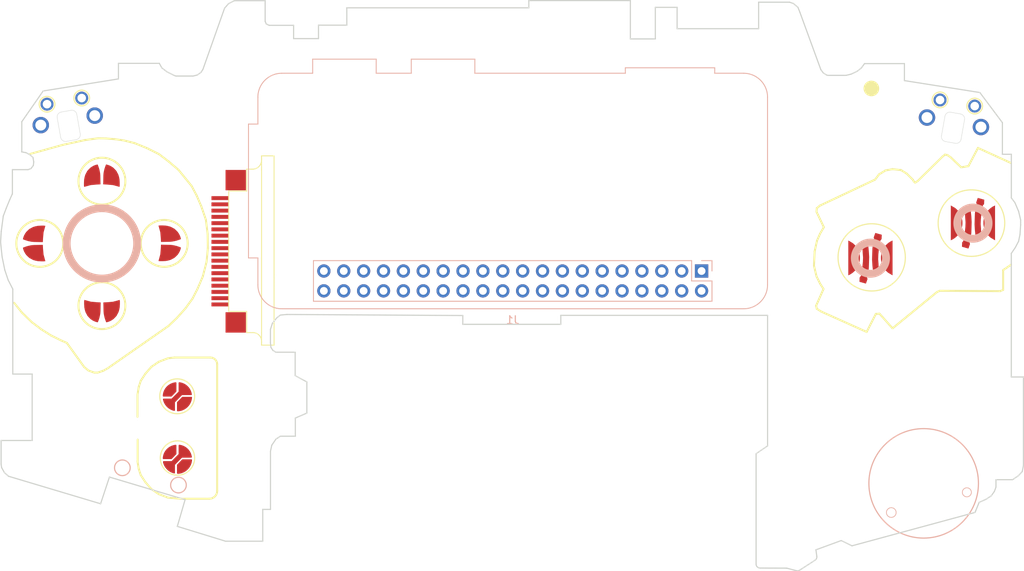
<source format=kicad_pcb>
(kicad_pcb (version 20171130) (host pcbnew "(5.1.0)-1")

  (general
    (thickness 1)
    (drawings 164)
    (tracks 0)
    (zones 0)
    (modules 19)
    (nets 46)
  )

  (page A4)
  (layers
    (0 Top signal)
    (31 Bottom signal)
    (32 B.Adhes user)
    (33 F.Adhes user)
    (34 B.Paste user)
    (35 F.Paste user)
    (36 B.SilkS user)
    (37 F.SilkS user)
    (38 B.Mask user)
    (39 F.Mask user)
    (40 Dwgs.User user)
    (41 Cmts.User user)
    (42 Eco1.User user)
    (43 Eco2.User user)
    (44 Edge.Cuts user)
    (45 Margin user)
    (46 B.CrtYd user)
    (47 F.CrtYd user)
    (48 B.Fab user)
    (49 F.Fab user)
  )

  (setup
    (last_trace_width 0.25)
    (trace_clearance 0.1524)
    (zone_clearance 0.508)
    (zone_45_only no)
    (trace_min 0.2)
    (via_size 0.8)
    (via_drill 0.4)
    (via_min_size 0.4)
    (via_min_drill 0.3)
    (uvia_size 0.3)
    (uvia_drill 0.1)
    (uvias_allowed no)
    (uvia_min_size 0.2)
    (uvia_min_drill 0.1)
    (edge_width 0.05)
    (segment_width 0.2)
    (pcb_text_width 0.3)
    (pcb_text_size 1.5 1.5)
    (mod_edge_width 0.12)
    (mod_text_size 1 1)
    (mod_text_width 0.15)
    (pad_size 1.524 1.524)
    (pad_drill 0.762)
    (pad_to_mask_clearance 0.051)
    (solder_mask_min_width 0.25)
    (aux_axis_origin 0 0)
    (visible_elements 7FFFFFFF)
    (pcbplotparams
      (layerselection 0x010fc_ffffffff)
      (usegerberextensions false)
      (usegerberattributes false)
      (usegerberadvancedattributes false)
      (creategerberjobfile false)
      (excludeedgelayer true)
      (linewidth 0.100000)
      (plotframeref false)
      (viasonmask false)
      (mode 1)
      (useauxorigin false)
      (hpglpennumber 1)
      (hpglpenspeed 20)
      (hpglpendiameter 15.000000)
      (psnegative false)
      (psa4output false)
      (plotreference true)
      (plotvalue true)
      (plotinvisibletext false)
      (padsonsilk false)
      (subtractmaskfromsilk false)
      (outputformat 1)
      (mirror false)
      (drillshape 1)
      (scaleselection 1)
      (outputdirectory ""))
  )

  (net 0 "")
  (net 1 TFT_SCK)
  (net 2 TFT_MOSI)
  (net 3 TFT_CS)
  (net 4 GND)
  (net 5 +5V)
  (net 6 SW_A)
  (net 7 SW_B)
  (net 8 SW_LEFT)
  (net 9 SW_RIGHT)
  (net 10 SW_DOWN)
  (net 11 SW_UP)
  (net 12 SW_L)
  (net 13 SW_R)
  (net 14 SW_SELECT)
  (net 15 SW_START)
  (net 16 TFT_DC)
  (net 17 TFT_LED)
  (net 18 PWM_Mono)
  (net 19 TFT_MISO)
  (net 20 +3V3)
  (net 21 TFT_RESET)
  (net 22 "Net-(J1-Pad40)")
  (net 23 "Net-(J1-Pad29)")
  (net 24 "Net-(J1-Pad8)")
  (net 25 "Net-(J1-Pad7)")
  (net 26 "Net-(J1-Pad32)")
  (net 27 "Net-(J1-Pad31)")
  (net 28 "Net-(J1-Pad36)")
  (net 29 "Net-(J1-Pad35)")
  (net 30 "Net-(J1-Pad38)")
  (net 31 "Net-(J1-Pad37)")
  (net 32 "Net-(J1-Pad10)")
  (net 33 "Net-(J1-Pad13)")
  (net 34 "Net-(J1-Pad28)")
  (net 35 "Net-(J1-Pad27)")
  (net 36 "Net-(J1-Pad11)")
  (net 37 "Net-(J1-Pad5)")
  (net 38 "Net-(J1-Pad16)")
  (net 39 "Net-(J1-Pad15)")
  (net 40 "Net-(J1-Pad3)")
  (net 41 "Net-(J1-Pad26)")
  (net 42 "Net-(R1-Pad1)")
  (net 43 "Net-(R2-Pad1)")
  (net 44 "Net-(R4-Pad1)")
  (net 45 "Net-(R8-Pad1)")

  (net_class Default "Dies ist die voreingestellte Netzklasse."
    (clearance 0.1524)
    (trace_width 0.25)
    (via_dia 0.8)
    (via_drill 0.4)
    (uvia_dia 0.3)
    (uvia_drill 0.1)
    (add_net +3V3)
    (add_net +5V)
    (add_net GND)
    (add_net "Net-(J1-Pad10)")
    (add_net "Net-(J1-Pad11)")
    (add_net "Net-(J1-Pad13)")
    (add_net "Net-(J1-Pad15)")
    (add_net "Net-(J1-Pad16)")
    (add_net "Net-(J1-Pad26)")
    (add_net "Net-(J1-Pad27)")
    (add_net "Net-(J1-Pad28)")
    (add_net "Net-(J1-Pad29)")
    (add_net "Net-(J1-Pad3)")
    (add_net "Net-(J1-Pad31)")
    (add_net "Net-(J1-Pad32)")
    (add_net "Net-(J1-Pad35)")
    (add_net "Net-(J1-Pad36)")
    (add_net "Net-(J1-Pad37)")
    (add_net "Net-(J1-Pad38)")
    (add_net "Net-(J1-Pad40)")
    (add_net "Net-(J1-Pad5)")
    (add_net "Net-(J1-Pad7)")
    (add_net "Net-(J1-Pad8)")
    (add_net "Net-(R1-Pad1)")
    (add_net "Net-(R2-Pad1)")
    (add_net "Net-(R4-Pad1)")
    (add_net "Net-(R8-Pad1)")
    (add_net PWM_Mono)
    (add_net SW_A)
    (add_net SW_B)
    (add_net SW_DOWN)
    (add_net SW_L)
    (add_net SW_LEFT)
    (add_net SW_R)
    (add_net SW_RIGHT)
    (add_net SW_SELECT)
    (add_net SW_START)
    (add_net SW_UP)
    (add_net TFT_CS)
    (add_net TFT_DC)
    (add_net TFT_LED)
    (add_net TFT_MISO)
    (add_net TFT_MOSI)
    (add_net TFT_RESET)
    (add_net TFT_SCK)
  )

  (module GBA_EMU:Raspberry_Pi_Zero_Socketed_THT_FaceDown_MountingHoles (layer Bottom) (tedit 5CBD8147) (tstamp 5CBC5509)
    (at 172.72 103.124 90)
    (descr "Raspberry Pi Zero using through hole straight pin socket, 2x20, 2.54mm pitch, https://www.raspberrypi.org/documentation/hardware/raspberrypi/mechanical/rpi_MECH_Zero_1p2.pdf")
    (tags "raspberry pi zero through hole")
    (path /5CA8B353)
    (fp_text reference J1 (at -6.27 -24.13) (layer B.SilkS)
      (effects (font (size 1 1) (thickness 0.15)) (justify mirror))
    )
    (fp_text value Raspberry_Pi_2_3 (at 10.23 -24.13 -180) (layer B.Fab)
      (effects (font (size 1 1) (thickness 0.15)) (justify mirror))
    )
    (fp_line (start 25.29 1.68) (end 25.29 5.37) (layer B.SilkS) (width 0.12))
    (fp_line (start 25.99 1.68) (end 25.29 1.68) (layer B.SilkS) (width 0.12))
    (fp_line (start 25.99 -9.74) (end 25.99 1.68) (layer B.SilkS) (width 0.12))
    (fp_line (start 25.29 -9.74) (end 25.99 -9.74) (layer B.SilkS) (width 0.12))
    (fp_line (start 25.29 -28.97) (end 25.29 -9.74) (layer B.SilkS) (width 0.12))
    (fp_line (start 25.29 -41.57) (end 25.29 -37.09) (layer B.SilkS) (width 0.12))
    (fp_line (start 27.09 -37.09) (end 27.09 -28.97) (layer B.SilkS) (width 0.12))
    (fp_line (start 27.09 -28.97) (end 25.29 -28.97) (layer B.SilkS) (width 0.12))
    (fp_line (start 25.29 -37.09) (end 27.09 -37.09) (layer B.SilkS) (width 0.12))
    (fp_line (start 27.09 -41.57) (end 25.29 -41.57) (layer B.SilkS) (width 0.12))
    (fp_line (start 27.09 -49.69) (end 27.09 -41.57) (layer B.SilkS) (width 0.12))
    (fp_line (start 25.29 -49.69) (end 27.09 -49.69) (layer B.SilkS) (width 0.12))
    (fp_line (start 1.67 -56.69) (end -1.77 -56.69) (layer B.SilkS) (width 0.12))
    (fp_line (start 18.79 -57.89) (end 18.79 -56.69) (layer B.SilkS) (width 0.12))
    (fp_line (start 1.67 -57.89) (end 18.79 -57.89) (layer B.SilkS) (width 0.12))
    (fp_line (start 1.67 -56.69) (end 1.67 -57.89) (layer B.SilkS) (width 0.12))
    (fp_line (start 22.23 -56.63) (end 18.73 -56.63) (layer B.Fab) (width 0.1))
    (fp_line (start 18.73 -56.63) (end 18.73 -57.83) (layer B.Fab) (width 0.1))
    (fp_line (start 1.73 -57.83) (end 18.73 -57.83) (layer B.Fab) (width 0.1))
    (fp_line (start 1.73 -56.63) (end 1.73 -57.83) (layer B.Fab) (width 0.1))
    (fp_line (start 25.23 -29.03) (end 25.23 -9.68) (layer B.Fab) (width 0.1))
    (fp_line (start 25.23 -41.63) (end 25.23 -37.03) (layer B.Fab) (width 0.1))
    (fp_line (start 25.23 -49.63) (end 25.23 -53.63) (layer B.Fab) (width 0.1))
    (fp_line (start 27.03 -37.03) (end 27.03 -29.03) (layer B.Fab) (width 0.1))
    (fp_line (start 25.23 -37.03) (end 27.03 -37.03) (layer B.Fab) (width 0.1))
    (fp_line (start 27.03 -29.03) (end 25.23 -29.03) (layer B.Fab) (width 0.1))
    (fp_line (start -4.77 -53.63) (end -4.77 5.37) (layer B.Fab) (width 0.1))
    (fp_line (start -1.77 8.37) (end 22.23 8.37) (layer B.Fab) (width 0.1))
    (fp_line (start -1.77 -56.63) (end 1.73 -56.63) (layer B.Fab) (width 0.1))
    (fp_text user %R (at -1.27 -24.13) (layer B.Fab)
      (effects (font (size 1 1) (thickness 0.15)) (justify mirror))
    )
    (fp_line (start -3.81 -49.53) (end -3.81 1.27) (layer B.Fab) (width 0.1))
    (fp_line (start 1.27 -49.53) (end -3.81 -49.53) (layer B.Fab) (width 0.1))
    (fp_line (start -3.87 1.33) (end -3.87 -49.59) (layer B.SilkS) (width 0.12))
    (fp_line (start -3.87 1.33) (end -1.27 1.33) (layer B.SilkS) (width 0.12))
    (fp_line (start 1.76 1.8) (end 1.76 -50) (layer B.CrtYd) (width 0.05))
    (fp_line (start -4.34 1.8) (end 1.76 1.8) (layer B.CrtYd) (width 0.05))
    (fp_line (start -4.34 -50) (end -4.34 1.8) (layer B.CrtYd) (width 0.05))
    (fp_line (start 1.76 -50) (end -4.34 -50) (layer B.CrtYd) (width 0.05))
    (fp_line (start -1.27 1.33) (end -1.27 -1.27) (layer B.SilkS) (width 0.12))
    (fp_line (start -1.27 -1.27) (end 1.33 -1.27) (layer B.SilkS) (width 0.12))
    (fp_line (start 0 1.33) (end 1.33 1.33) (layer B.SilkS) (width 0.12))
    (fp_line (start 1.33 1.33) (end 1.33 0) (layer B.SilkS) (width 0.12))
    (fp_line (start 1.33 -1.27) (end 1.33 -49.59) (layer B.SilkS) (width 0.12))
    (fp_line (start -3.87 -49.59) (end 1.33 -49.59) (layer B.SilkS) (width 0.12))
    (fp_line (start 0.27 1.27) (end 1.27 0.27) (layer B.Fab) (width 0.1))
    (fp_line (start -3.81 1.27) (end 0.27 1.27) (layer B.Fab) (width 0.1))
    (fp_line (start 1.27 0.27) (end 1.27 -49.53) (layer B.Fab) (width 0.1))
    (fp_arc (start -1.77 -53.63) (end -1.77 -56.63) (angle -90) (layer B.Fab) (width 0.1))
    (fp_arc (start -1.77 5.37) (end -4.77 5.37) (angle -90) (layer B.Fab) (width 0.1))
    (fp_arc (start 22.23 5.37) (end 22.23 8.37) (angle -90) (layer B.Fab) (width 0.1))
    (fp_arc (start 22.23 -53.63) (end 25.29 -53.63) (angle -90) (layer B.SilkS) (width 0.12))
    (fp_line (start 18.79 -56.69) (end 22.23 -56.69) (layer B.SilkS) (width 0.12))
    (fp_line (start 25.29 -53.63) (end 25.29 -49.69) (layer B.SilkS) (width 0.12))
    (fp_line (start -1.77 8.43) (end 22.23 8.43) (layer B.SilkS) (width 0.12))
    (fp_line (start -4.83 -53.63) (end -4.83 5.37) (layer B.SilkS) (width 0.12))
    (fp_arc (start -1.77 -53.63) (end -1.77 -56.69) (angle -90) (layer B.SilkS) (width 0.12))
    (fp_arc (start -1.77 5.37) (end -4.83 5.37) (angle -90) (layer B.SilkS) (width 0.12))
    (fp_arc (start 22.23 -53.63) (end 25.23 -53.63) (angle -90) (layer B.Fab) (width 0.1))
    (fp_line (start 27.53 -50.13) (end 25.48 -50.13) (layer B.CrtYd) (width 0.05))
    (fp_line (start 27.53 -41.13) (end 25.48 -41.13) (layer B.CrtYd) (width 0.05))
    (fp_line (start 27.53 -50.13) (end 27.53 -41.13) (layer B.CrtYd) (width 0.05))
    (fp_line (start 27.53 -37.53) (end 25.48 -37.53) (layer B.CrtYd) (width 0.05))
    (fp_line (start 27.53 -37.53) (end 27.53 -28.53) (layer B.CrtYd) (width 0.05))
    (fp_line (start 27.53 -28.53) (end 25.48 -28.53) (layer B.CrtYd) (width 0.05))
    (fp_line (start 26.43 -10.18) (end 25.48 -10.18) (layer B.CrtYd) (width 0.05))
    (fp_line (start 26.43 2.12) (end 25.48 2.12) (layer B.CrtYd) (width 0.05))
    (fp_line (start 26.43 2.12) (end 26.43 -10.18) (layer B.CrtYd) (width 0.05))
    (fp_line (start 1.23 -58.33) (end 1.23 -56.88) (layer B.CrtYd) (width 0.05))
    (fp_line (start 19.23 -58.33) (end 19.23 -56.88) (layer B.CrtYd) (width 0.05))
    (fp_line (start 19.23 -58.33) (end 1.23 -58.33) (layer B.CrtYd) (width 0.05))
    (fp_line (start -5.02 -56.88) (end -5.02 8.62) (layer B.CrtYd) (width 0.05))
    (fp_line (start 25.48 -28.53) (end 25.48 -10.18) (layer B.CrtYd) (width 0.05))
    (fp_arc (start 22.23 5.37) (end 22.23 8.43) (angle -90) (layer B.SilkS) (width 0.12))
    (fp_line (start -5.02 8.62) (end 25.48 8.62) (layer B.CrtYd) (width 0.05))
    (fp_line (start 25.48 2.12) (end 25.48 8.62) (layer B.CrtYd) (width 0.05))
    (fp_line (start 25.48 -37.53) (end 25.48 -41.13) (layer B.CrtYd) (width 0.05))
    (fp_line (start 25.48 -50.13) (end 25.48 -56.88) (layer B.CrtYd) (width 0.05))
    (fp_line (start -5.02 -56.88) (end 1.23 -56.88) (layer B.CrtYd) (width 0.05))
    (fp_line (start 19.23 -56.88) (end 25.48 -56.88) (layer B.CrtYd) (width 0.05))
    (fp_line (start 25.23 1.62) (end 25.93 1.62) (layer B.Fab) (width 0.1))
    (fp_line (start 25.23 -9.68) (end 25.93 -9.68) (layer B.Fab) (width 0.1))
    (fp_line (start 25.93 -9.68) (end 25.93 1.62) (layer B.Fab) (width 0.1))
    (fp_line (start 25.23 1.62) (end 25.23 5.37) (layer B.Fab) (width 0.1))
    (fp_line (start 25.23 -49.63) (end 27.03 -49.63) (layer B.Fab) (width 0.1))
    (fp_line (start 27.03 -49.63) (end 27.03 -41.63) (layer B.Fab) (width 0.1))
    (fp_line (start 27.03 -41.63) (end 25.23 -41.63) (layer B.Fab) (width 0.1))
    (pad "" np_thru_hole circle (at -1.27 -53.13) (size 2.75 2.75) (drill 2.75) (layers *.Cu *.Mask)
      (solder_mask_margin 1.625))
    (pad "" np_thru_hole circle (at 21.73 4.87) (size 2.75 2.75) (drill 2.75) (layers *.Cu *.Mask)
      (solder_mask_margin 1.625))
    (pad "" np_thru_hole circle (at 21.73 -53.13) (size 2.75 2.75) (drill 2.75) (layers *.Cu *.Mask)
      (solder_mask_margin 1.625))
    (pad "" np_thru_hole circle (at -1.27 4.87) (size 2.75 2.75) (drill 2.75) (layers *.Cu *.Mask)
      (solder_mask_margin 1.625))
    (pad 40 thru_hole oval (at -2.54 -48.26 90) (size 1.7 1.7) (drill 1) (layers *.Cu *.Mask)
      (net 22 "Net-(J1-Pad40)"))
    (pad 39 thru_hole oval (at 0 -48.26 90) (size 1.7 1.7) (drill 1) (layers *.Cu *.Mask)
      (net 4 GND))
    (pad 26 thru_hole oval (at -2.54 -30.48 90) (size 1.7 1.7) (drill 1) (layers *.Cu *.Mask)
      (net 41 "Net-(J1-Pad26)"))
    (pad 25 thru_hole oval (at 0 -30.48 90) (size 1.7 1.7) (drill 1) (layers *.Cu *.Mask)
      (net 4 GND))
    (pad 22 thru_hole oval (at -2.54 -25.4 90) (size 1.7 1.7) (drill 1) (layers *.Cu *.Mask)
      (net 21 TFT_RESET))
    (pad 21 thru_hole oval (at 0 -25.4 90) (size 1.7 1.7) (drill 1) (layers *.Cu *.Mask)
      (net 19 TFT_MISO))
    (pad 30 thru_hole oval (at -2.54 -35.56 90) (size 1.7 1.7) (drill 1) (layers *.Cu *.Mask)
      (net 4 GND))
    (pad 29 thru_hole oval (at 0 -35.56 90) (size 1.7 1.7) (drill 1) (layers *.Cu *.Mask)
      (net 23 "Net-(J1-Pad29)"))
    (pad 8 thru_hole oval (at -2.54 -7.62 90) (size 1.7 1.7) (drill 1) (layers *.Cu *.Mask)
      (net 24 "Net-(J1-Pad8)"))
    (pad 7 thru_hole oval (at 0 -7.62 90) (size 1.7 1.7) (drill 1) (layers *.Cu *.Mask)
      (net 25 "Net-(J1-Pad7)"))
    (pad 32 thru_hole oval (at -2.54 -38.1 90) (size 1.7 1.7) (drill 1) (layers *.Cu *.Mask)
      (net 26 "Net-(J1-Pad32)"))
    (pad 31 thru_hole oval (at 0 -38.1 90) (size 1.7 1.7) (drill 1) (layers *.Cu *.Mask)
      (net 27 "Net-(J1-Pad31)"))
    (pad 18 thru_hole oval (at -2.54 -20.32 90) (size 1.7 1.7) (drill 1) (layers *.Cu *.Mask)
      (net 16 TFT_DC))
    (pad 17 thru_hole oval (at 0 -20.32 90) (size 1.7 1.7) (drill 1) (layers *.Cu *.Mask)
      (net 20 +3V3))
    (pad 36 thru_hole oval (at -2.54 -43.18 90) (size 1.7 1.7) (drill 1) (layers *.Cu *.Mask)
      (net 28 "Net-(J1-Pad36)"))
    (pad 35 thru_hole oval (at 0 -43.18 90) (size 1.7 1.7) (drill 1) (layers *.Cu *.Mask)
      (net 29 "Net-(J1-Pad35)"))
    (pad 34 thru_hole oval (at -2.54 -40.64 90) (size 1.7 1.7) (drill 1) (layers *.Cu *.Mask)
      (net 4 GND))
    (pad 33 thru_hole oval (at 0 -40.64 90) (size 1.7 1.7) (drill 1) (layers *.Cu *.Mask)
      (net 17 TFT_LED))
    (pad 38 thru_hole oval (at -2.54 -45.72 90) (size 1.7 1.7) (drill 1) (layers *.Cu *.Mask)
      (net 30 "Net-(J1-Pad38)"))
    (pad 37 thru_hole oval (at 0 -45.72 90) (size 1.7 1.7) (drill 1) (layers *.Cu *.Mask)
      (net 31 "Net-(J1-Pad37)"))
    (pad 20 thru_hole oval (at -2.54 -22.86 90) (size 1.7 1.7) (drill 1) (layers *.Cu *.Mask)
      (net 4 GND))
    (pad 19 thru_hole oval (at 0 -22.86 90) (size 1.7 1.7) (drill 1) (layers *.Cu *.Mask)
      (net 2 TFT_MOSI))
    (pad 10 thru_hole oval (at -2.54 -10.16 90) (size 1.7 1.7) (drill 1) (layers *.Cu *.Mask)
      (net 32 "Net-(J1-Pad10)"))
    (pad 9 thru_hole oval (at 0 -10.16 90) (size 1.7 1.7) (drill 1) (layers *.Cu *.Mask)
      (net 4 GND))
    (pad 14 thru_hole oval (at -2.54 -15.24 90) (size 1.7 1.7) (drill 1) (layers *.Cu *.Mask)
      (net 4 GND))
    (pad 13 thru_hole oval (at 0 -15.24 90) (size 1.7 1.7) (drill 1) (layers *.Cu *.Mask)
      (net 33 "Net-(J1-Pad13)"))
    (pad 28 thru_hole oval (at -2.54 -33.02 90) (size 1.7 1.7) (drill 1) (layers *.Cu *.Mask)
      (net 34 "Net-(J1-Pad28)"))
    (pad 27 thru_hole oval (at 0 -33.02 90) (size 1.7 1.7) (drill 1) (layers *.Cu *.Mask)
      (net 35 "Net-(J1-Pad27)"))
    (pad 12 thru_hole oval (at -2.54 -12.7 90) (size 1.7 1.7) (drill 1) (layers *.Cu *.Mask)
      (net 18 PWM_Mono))
    (pad 11 thru_hole oval (at 0 -12.7 90) (size 1.7 1.7) (drill 1) (layers *.Cu *.Mask)
      (net 36 "Net-(J1-Pad11)"))
    (pad 24 thru_hole oval (at -2.54 -27.94 90) (size 1.7 1.7) (drill 1) (layers *.Cu *.Mask)
      (net 3 TFT_CS))
    (pad 23 thru_hole oval (at 0 -27.94 90) (size 1.7 1.7) (drill 1) (layers *.Cu *.Mask)
      (net 1 TFT_SCK))
    (pad 1 thru_hole rect (at 0 0 90) (size 1.7 1.7) (drill 1) (layers *.Cu *.Mask)
      (net 20 +3V3))
    (pad 2 thru_hole oval (at -2.54 0 90) (size 1.7 1.7) (drill 1) (layers *.Cu *.Mask)
      (net 5 +5V))
    (pad 5 thru_hole oval (at 0 -5.08 90) (size 1.7 1.7) (drill 1) (layers *.Cu *.Mask)
      (net 37 "Net-(J1-Pad5)"))
    (pad 4 thru_hole oval (at -2.54 -2.54 90) (size 1.7 1.7) (drill 1) (layers *.Cu *.Mask)
      (net 5 +5V))
    (pad 16 thru_hole oval (at -2.54 -17.78 90) (size 1.7 1.7) (drill 1) (layers *.Cu *.Mask)
      (net 38 "Net-(J1-Pad16)"))
    (pad 15 thru_hole oval (at 0 -17.78 90) (size 1.7 1.7) (drill 1) (layers *.Cu *.Mask)
      (net 39 "Net-(J1-Pad15)"))
    (pad 3 thru_hole oval (at 0 -2.54 90) (size 1.7 1.7) (drill 1) (layers *.Cu *.Mask)
      (net 40 "Net-(J1-Pad3)"))
    (pad 6 thru_hole oval (at -2.54 -5.08 90) (size 1.7 1.7) (drill 1) (layers *.Cu *.Mask)
      (net 4 GND))
    (model ${KISYS3DMOD}/Module.3dshapes/Raspberry_Pi_Zero_Socketed_THT_FaceDown_MountingHoles.wrl
      (at (xyz 0 0 0))
      (scale (xyz 1 1 0.625))
      (rotate (xyz 0 0 0))
    )
    (model ${KISYS3DMOD}/Connector_PinSocket_2.54mm.3dshapes/PinSocket_2x20_P2.54mm_Vertical_SMD.wrl
      (offset (xyz -1.25 -24.1 0))
      (scale (xyz 1 1 0.625))
      (rotate (xyz 0 0 0))
    )
    (model ${USERDIR}/KiCAD/3DModels/ADA3708--3DModel-STEP-56544.STEP
      (offset (xyz 10.25 -24.15 7.35))
      (scale (xyz 1 1 1))
      (rotate (xyz 90 0 90))
    )
  )

  (module GBA_EMU:AB_BUTTON (layer Top) (tedit 5CBC40D3) (tstamp 5CAD2E2F)
    (at 200.843074 99.243074)
    (path /5CAD5092)
    (fp_text reference SW_AB1 (at -1.453074 -2.088074) (layer F.SilkS) hide
      (effects (font (size 1.27 1.27) (thickness 0.15)))
    )
    (fp_text value SW_DIP_x02 (at 2.356926 2.356926) (layer F.SilkS) hide
      (effects (font (size 1.27 1.27) (thickness 0.15)))
    )
    (fp_circle (center 6.548487 -2.240271) (end 8.548487 -2.240271) (layer B.SilkS) (width 1))
    (fp_circle (center -6.548487 2.240271) (end -4.548487 2.240271) (layer B.SilkS) (width 1))
    (fp_poly (pts (xy 9.374675 -0.045953) (xy 9.374675 -4.503518) (xy 9.374673 -4.503517) (xy 9.075606 -4.354599)
      (xy 8.79998 -4.165791) (xy 8.553083 -3.940715) (xy 8.339649 -3.683686) (xy 8.163772 -3.399634)
      (xy 8.028825 -3.094008) (xy 7.937396 -2.772669) (xy 7.89124 -2.441781) (xy 7.89124 -2.107688)
      (xy 7.937397 -1.776799) (xy 8.028826 -1.45546) (xy 8.163773 -1.149834) (xy 8.33965 -0.865783)
      (xy 8.553084 -0.608754) (xy 8.799982 -0.383678)) (layer F.Mask) (width 0))
    (fp_poly (pts (xy 3.722296 -4.503518) (xy 3.722296 -0.045953) (xy 4.021363 -0.194871) (xy 4.296989 -0.383679)
      (xy 4.543886 -0.608755) (xy 4.75732 -0.865784) (xy 4.933197 -1.149835) (xy 5.068144 -1.455461)
      (xy 5.159573 -1.7768) (xy 5.20573 -2.107689) (xy 5.20573 -2.441781) (xy 5.159573 -2.77267)
      (xy 5.068144 -3.094009) (xy 4.933197 -3.399635) (xy 4.75732 -3.683686) (xy 4.543886 -3.940715)
      (xy 4.296989 -4.165791)) (layer F.Mask) (width 0))
    (fp_poly (pts (xy 7.996046 -5.238787) (xy 7.168868 -5.468559) (xy 6.962075 -4.871153) (xy 7.031006 -4.710315)
      (xy 6.916121 -4.158862) (xy 6.801234 -3.515503) (xy 6.778256 -2.826187) (xy 6.755281 -2.067943)
      (xy 6.801234 -1.309696) (xy 6.870165 -0.666337) (xy 7.008028 -0.666337) (xy 7.306731 -0.781221)
      (xy 7.605434 -0.988018) (xy 7.582456 -1.51649) (xy 7.536503 -2.113896) (xy 7.559481 -2.711303)
      (xy 7.628412 -3.354662) (xy 7.720321 -4.066953) (xy 7.812228 -4.480543) (xy 7.973068 -4.687337)) (layer F.Mask) (width 0))
    (fp_poly (pts (xy 5.146881 0.781221) (xy 5.974056 1.010993) (xy 6.180853 0.413587) (xy 6.111921 0.25275)
      (xy 6.226806 -0.298703) (xy 6.34169 -0.942062) (xy 6.364668 -1.631378) (xy 6.387646 -2.389621)
      (xy 6.34169 -3.147868) (xy 6.272759 -3.791228) (xy 6.134896 -3.791228) (xy 5.836193 -3.676343)
      (xy 5.53749 -3.46955) (xy 5.560468 -2.941075) (xy 5.606421 -2.343668) (xy 5.583446 -1.746262)
      (xy 5.514515 -1.102903) (xy 5.422606 -0.390612) (xy 5.330696 0.022978) (xy 5.169856 0.229771)) (layer F.Mask) (width 0))
    (fp_poly (pts (xy -3.722296 4.434587) (xy -3.722296 -0.022978) (xy -4.021363 0.12594) (xy -4.296989 0.314748)
      (xy -4.543886 0.539824) (xy -4.75732 0.796853) (xy -4.933197 1.080904) (xy -5.068144 1.38653)
      (xy -5.159573 1.707869) (xy -5.20573 2.038758) (xy -5.20573 2.37285) (xy -5.159573 2.703739)
      (xy -5.068144 3.025078) (xy -4.933197 3.330704) (xy -4.75732 3.614755) (xy -4.543886 3.871784)
      (xy -4.296989 4.09686)) (layer F.Mask) (width 0))
    (fp_poly (pts (xy -9.374675 -0.022978) (xy -9.374675 4.434587) (xy -9.374673 4.434586) (xy -9.075606 4.285668)
      (xy -8.79998 4.09686) (xy -8.553083 3.871784) (xy -8.339649 3.614755) (xy -8.163772 3.330703)
      (xy -8.028825 3.025077) (xy -7.937396 2.703738) (xy -7.89124 2.37285) (xy -7.89124 2.038757)
      (xy -7.937397 1.707868) (xy -8.028826 1.386529) (xy -8.163773 1.080903) (xy -8.33965 0.796852)
      (xy -8.553084 0.539823) (xy -8.799982 0.314747)) (layer F.Mask) (width 0))
    (fp_poly (pts (xy -5.100925 -0.758246) (xy -5.928103 -0.988018) (xy -6.134896 -0.390612) (xy -6.065965 -0.229771)
      (xy -6.180853 0.321681) (xy -6.295737 0.96504) (xy -6.318715 1.654353) (xy -6.34169 2.4126)
      (xy -6.295737 3.170846) (xy -6.226806 3.814206) (xy -6.088943 3.814206) (xy -5.79024 3.699318)
      (xy -5.491537 3.492525) (xy -5.514515 2.964053) (xy -5.560468 2.366646) (xy -5.53749 1.76924)
      (xy -5.468559 1.125881) (xy -5.376653 0.413587) (xy -5.284743 0) (xy -5.123903 -0.206793)) (layer F.Mask) (width 0))
    (fp_poly (pts (xy -7.95009 5.261765) (xy -7.122915 5.491537) (xy -6.916121 4.894131) (xy -6.985053 4.73329)
      (xy -6.870165 4.18184) (xy -6.755281 3.538481) (xy -6.732303 2.849165) (xy -6.709325 2.090918)
      (xy -6.755281 1.332675) (xy -6.824212 0.689315) (xy -6.962075 0.689315) (xy -7.260778 0.8042)
      (xy -7.559481 1.010993) (xy -7.536503 1.539468) (xy -7.49055 2.136875) (xy -7.513525 2.734281)
      (xy -7.582456 3.37764) (xy -7.674365 4.089931) (xy -7.766275 4.503518) (xy -7.927115 4.710315)) (layer F.Mask) (width 0))
    (fp_circle (center 6.548487 -2.240271) (end 10.27563 -2.240271) (layer Dwgs.User) (width 0.1016))
    (fp_circle (center -6.548487 2.240271) (end -2.821344 2.240271) (layer Dwgs.User) (width 0.1016))
    (fp_line (start 10.408646 3.768253) (end 11.41964 3.078937) (layer F.SilkS) (width 0.25275))
    (fp_line (start 10.408646 6.295737) (end 10.408646 3.768253) (layer F.SilkS) (width 0.25275))
    (fp_line (start 10.018034 6.456578) (end 10.408646 6.295737) (layer F.SilkS) (width 0.25275))
    (fp_line (start 2.32069 6.410621) (end 10.018034 6.456578) (layer F.SilkS) (width 0.25275))
    (fp_line (start 1.953056 6.571462) (end 2.32069 6.410621) (layer F.SilkS) (width 0.25275))
    (fp_line (start -3.722296 11.212846) (end 1.953056 6.571462) (layer F.SilkS) (width 0.25275))
    (fp_line (start -5.399628 9.328721) (end -3.722296 11.212846) (layer F.SilkS) (width 0.25275))
    (fp_line (start -5.859171 9.374675) (end -5.399628 9.328721) (layer F.SilkS) (width 0.25275))
    (fp_line (start -7.031006 11.67239) (end -5.859171 9.374675) (layer F.SilkS) (width 0.25275))
    (fp_line (start -12.821246 9.075971) (end -7.031006 11.67239) (layer F.SilkS) (width 0.25275))
    (fp_line (start -13.395675 8.708337) (end -12.821246 9.075971) (layer F.SilkS) (width 0.25275))
    (fp_line (start -13.487584 8.317725) (end -13.395675 8.708337) (layer F.SilkS) (width 0.25275))
    (fp_line (start -12.545521 6.180853) (end -13.487584 8.317725) (layer F.SilkS) (width 0.25275))
    (fp_line (start -12.982087 5.491537) (end -12.545521 6.180853) (layer F.SilkS) (width 0.25275))
    (fp_line (start -13.441628 4.549475) (end -12.982087 5.491537) (layer F.SilkS) (width 0.25275))
    (fp_line (start -13.763309 3.193821) (end -13.441628 4.549475) (layer F.SilkS) (width 0.25275))
    (fp_line (start -13.6714 1.35565) (end -13.763309 3.193821) (layer F.SilkS) (width 0.25275))
    (fp_line (start -13.372696 0) (end -13.6714 1.35565) (layer F.SilkS) (width 0.25275))
    (fp_line (start -12.982087 -0.896109) (end -13.372696 0) (layer F.SilkS) (width 0.25275))
    (fp_line (start -12.499565 -1.723284) (end -12.982087 -0.896109) (layer F.SilkS) (width 0.25275))
    (fp_line (start -13.441628 -3.699318) (end -12.499565 -1.723284) (layer F.SilkS) (width 0.25275))
    (fp_line (start -13.395675 -4.158862) (end -13.441628 -3.699318) (layer F.SilkS) (width 0.25275))
    (fp_line (start -13.005062 -4.480543) (end -13.395675 -4.158862) (layer F.SilkS) (width 0.25275))
    (fp_line (start -5.951081 -7.812228) (end -13.005062 -4.480543) (layer F.SilkS) (width 0.25275))
    (fp_line (start -5.445584 -8.478565) (end -5.951081 -7.812228) (layer F.SilkS) (width 0.25275))
    (fp_line (start -4.618406 -8.984062) (end -5.445584 -8.478565) (layer F.SilkS) (width 0.25275))
    (fp_line (start -3.722296 -9.144903) (end -4.618406 -8.984062) (layer F.SilkS) (width 0.25275))
    (fp_line (start -2.642371 -9.030018) (end -3.722296 -9.144903) (layer F.SilkS) (width 0.25275))
    (fp_line (start -1.907103 -8.570475) (end -2.642371 -9.030018) (layer F.SilkS) (width 0.25275))
    (fp_line (start -1.125881 -7.789253) (end -1.907103 -8.570475) (layer F.SilkS) (width 0.25275))
    (fp_line (start -1.010993 -7.582456) (end -1.125881 -7.789253) (layer F.SilkS) (width 0.25275))
    (fp_line (start -0.827178 -7.421618) (end -1.010993 -7.582456) (layer F.SilkS) (width 0.25275))
    (fp_line (start -0.505496 -7.628412) (end -0.827178 -7.421618) (layer F.SilkS) (width 0.25275))
    (fp_line (start 2.688325 -10.776281) (end -0.505496 -7.628412) (layer F.SilkS) (width 0.25275))
    (fp_line (start 2.987028 -11.006053) (end 2.688325 -10.776281) (layer F.SilkS) (width 0.25275))
    (fp_line (start 3.308709 -10.937121) (end 2.987028 -11.006053) (layer F.SilkS) (width 0.25275))
    (fp_line (start 3.699318 -10.661393) (end 3.308709 -10.937121) (layer F.SilkS) (width 0.25275))
    (fp_line (start 5.054971 -9.374675) (end 3.699318 -10.661393) (layer F.SilkS) (width 0.25275))
    (fp_line (start 5.974056 -9.535515) (end 5.054971 -9.374675) (layer F.SilkS) (width 0.25275))
    (fp_line (start 7.191846 -11.856206) (end 5.974056 -9.535515) (layer F.SilkS) (width 0.25275))
    (fp_line (start 11.41964 -9.926125) (end 7.191846 -11.856206) (layer F.SilkS) (width 0.25275))
    (fp_circle (center 6.548487 -2.240271) (end 7.798487 -2.240271) (layer B.CrtYd) (width 2.5))
    (fp_circle (center -6.548487 2.240271) (end -5.298487 2.240271) (layer B.CrtYd) (width 2.5))
    (pad 3 smd custom (at 8.961087 -2.297715) (size 0.5 0.5) (layers Top F.Mask)
      (net 4 GND) (solder_mask_margin 0.0508) (zone_connect 0)
      (options (clearance outline) (anchor circle))
      (primitives
        (gr_poly (pts
           (xy 0.413588 2.251762) (xy 0.413588 -2.205803) (xy 0.413586 -2.205802) (xy 0.114519 -2.056884) (xy -0.161107 -1.868076)
           (xy -0.408004 -1.643) (xy -0.621438 -1.385971) (xy -0.797315 -1.101919) (xy -0.932262 -0.796293) (xy -1.023691 -0.474954)
           (xy -1.069847 -0.144066) (xy -1.069847 0.190027) (xy -1.02369 0.520916) (xy -0.932261 0.842255) (xy -0.797314 1.147881)
           (xy -0.621437 1.431932) (xy -0.408003 1.688961) (xy -0.161105 1.914037)) (width 0))
      ))
    (pad 1 smd custom (at 7.421618 -4.595428) (size 0.5 0.5) (layers Top F.Mask)
      (net 6 SW_A) (solder_mask_margin 0.0508) (zone_connect 0)
      (options (clearance outline) (anchor circle))
      (primitives
        (gr_poly (pts
           (xy 0.574428 -0.643359) (xy -0.25275 -0.873131) (xy -0.459543 -0.275725) (xy -0.390612 -0.114887) (xy -0.505497 0.436566)
           (xy -0.620384 1.079925) (xy -0.643362 1.769241) (xy -0.666337 2.527485) (xy -0.620384 3.285732) (xy -0.551453 3.929091)
           (xy -0.41359 3.929091) (xy -0.114887 3.814207) (xy 0.183816 3.60741) (xy 0.160838 3.078938) (xy 0.114885 2.481532)
           (xy 0.137863 1.884125) (xy 0.206794 1.240766) (xy 0.298703 0.528475) (xy 0.39061 0.114885) (xy 0.55145 -0.091909)
) (width 0))
      ))
    (pad 3 smd custom (at 5.698331 0.206793) (size 0.5 0.5) (layers Top F.Mask)
      (net 4 GND) (solder_mask_margin 0.0508) (zone_connect 0)
      (options (clearance outline) (anchor circle))
      (primitives
        (gr_poly (pts
           (xy -0.55145 0.574428) (xy 0.275725 0.8042) (xy 0.482522 0.206794) (xy 0.41359 0.045957) (xy 0.528475 -0.505496)
           (xy 0.643359 -1.148855) (xy 0.666337 -1.838171) (xy 0.689315 -2.596414) (xy 0.643359 -3.354661) (xy 0.574428 -3.998021)
           (xy 0.436565 -3.998021) (xy 0.137862 -3.883136) (xy -0.160841 -3.676343) (xy -0.137863 -3.147868) (xy -0.09191 -2.550461)
           (xy -0.114885 -1.953055) (xy -0.183816 -1.309696) (xy -0.275725 -0.597405) (xy -0.367635 -0.183815) (xy -0.528475 0.022978)
) (width 0))
      ))
    (pad 1 smd custom (at 4.18184 -2.297715) (size 0.5 0.5) (layers Top F.Mask)
      (net 6 SW_A) (solder_mask_margin 0.0508) (zone_connect 0)
      (options (clearance outline) (anchor circle))
      (primitives
        (gr_poly (pts
           (xy -0.459544 -2.205803) (xy -0.459544 2.251762) (xy -0.160477 2.102844) (xy 0.115149 1.914036) (xy 0.362046 1.68896)
           (xy 0.57548 1.431931) (xy 0.751357 1.14788) (xy 0.886304 0.842254) (xy 0.977733 0.520915) (xy 1.02389 0.190026)
           (xy 1.02389 -0.144066) (xy 0.977733 -0.474955) (xy 0.886304 -0.796294) (xy 0.751357 -1.10192) (xy 0.57548 -1.385971)
           (xy 0.362046 -1.643) (xy 0.115149 -1.868076)) (width 0))
      ))
    (pad 4 smd custom (at -4.135887 2.182828) (size 0.5 0.5) (layers Top F.Mask)
      (net 4 GND) (solder_mask_margin 0.0508) (zone_connect 0)
      (options (clearance outline) (anchor circle))
      (primitives
        (gr_poly (pts
           (xy 0.413591 2.251759) (xy 0.413591 -2.205806) (xy 0.114524 -2.056888) (xy -0.161102 -1.86808) (xy -0.407999 -1.643004)
           (xy -0.621433 -1.385975) (xy -0.79731 -1.101924) (xy -0.932257 -0.796298) (xy -1.023686 -0.474959) (xy -1.069843 -0.14407)
           (xy -1.069843 0.190022) (xy -1.023686 0.520911) (xy -0.932257 0.84225) (xy -0.79731 1.147876) (xy -0.621433 1.431927)
           (xy -0.407999 1.688956) (xy -0.161102 1.914032)) (width 0))
      ))
    (pad 2 smd custom (at -5.675353 -0.114884) (size 0.5 0.5) (layers Top F.Mask)
      (net 7 SW_B) (solder_mask_margin 0.0508) (zone_connect 0)
      (options (clearance outline) (anchor circle))
      (primitives
        (gr_poly (pts
           (xy 0.574428 -0.643362) (xy -0.25275 -0.873134) (xy -0.459543 -0.275728) (xy -0.390612 -0.114887) (xy -0.5055 0.436565)
           (xy -0.620384 1.079924) (xy -0.643362 1.769237) (xy -0.666337 2.527484) (xy -0.620384 3.28573) (xy -0.551453 3.92909)
           (xy -0.41359 3.92909) (xy -0.114887 3.814202) (xy 0.183816 3.607409) (xy 0.160838 3.078937) (xy 0.114885 2.48153)
           (xy 0.137863 1.884124) (xy 0.206794 1.240765) (xy 0.2987 0.528471) (xy 0.39061 0.114884) (xy 0.55145 -0.091909)
) (width 0))
      ))
    (pad 2 smd custom (at -8.915131 2.182828) (size 0.5 0.5) (layers Top F.Mask)
      (net 7 SW_B) (solder_mask_margin 0.0508) (zone_connect 0)
      (options (clearance outline) (anchor circle))
      (primitives
        (gr_poly (pts
           (xy -0.459544 -2.205806) (xy -0.459544 2.251759) (xy -0.459542 2.251758) (xy -0.160475 2.10284) (xy 0.115151 1.914032)
           (xy 0.362048 1.688956) (xy 0.575482 1.431927) (xy 0.751359 1.147875) (xy 0.886306 0.842249) (xy 0.977735 0.52091)
           (xy 1.023891 0.190022) (xy 1.023891 -0.144071) (xy 0.977734 -0.47496) (xy 0.886305 -0.796299) (xy 0.751358 -1.101925)
           (xy 0.575481 -1.385976) (xy 0.362047 -1.643005) (xy 0.115149 -1.868081)) (width 0))
      ))
    (pad 4 smd custom (at -7.39864 4.687337) (size 0.5 0.5) (layers Top F.Mask)
      (net 4 GND) (solder_mask_margin 0.0508) (zone_connect 0)
      (options (clearance outline) (anchor circle))
      (primitives
        (gr_poly (pts
           (xy -0.55145 0.574428) (xy 0.275725 0.8042) (xy 0.482519 0.206794) (xy 0.413587 0.045953) (xy 0.528475 -0.505497)
           (xy 0.643359 -1.148856) (xy 0.666337 -1.838172) (xy 0.689315 -2.596419) (xy 0.643359 -3.354662) (xy 0.574428 -3.998022)
           (xy 0.436565 -3.998022) (xy 0.137862 -3.883137) (xy -0.160841 -3.676344) (xy -0.137863 -3.147869) (xy -0.09191 -2.550462)
           (xy -0.114885 -1.953056) (xy -0.183816 -1.309697) (xy -0.275725 -0.597406) (xy -0.367635 -0.183819) (xy -0.528475 0.022978)
) (width 0))
      ))
  )

  (module GBA_EMU:D-PAD (layer Top) (tedit 5CBC4141) (tstamp 5CAD2E79)
    (at 96.103806 99.592372)
    (path /5CAD5C51)
    (fp_text reference SW_DPAD1 (at -6.568806 -6.247372) (layer F.SilkS) hide
      (effects (font (size 1.27 1.27) (thickness 0.15)))
    )
    (fp_text value SW_DIP_x04 (at -6.568806 4.547628) (layer F.SilkS) hide
      (effects (font (size 1.27 1.27) (thickness 0.15)))
    )
    (fp_line (start -5.031993 -12.591475) (end -2.182828 -13.211859) (layer F.SilkS) (width 0.25275))
    (fp_circle (center 0 0) (end 4.5 0) (layer B.SilkS) (width 1))
    (fp_circle (center 0 -7.961581) (end 2.998518 -7.961581) (layer F.SilkS) (width 0.25275))
    (fp_circle (center 0 0) (end 2.5 0) (layer B.CrtYd) (width 5))
    (fp_circle (center 7.961581 0) (end 10.960099 0) (layer F.SilkS) (width 0.25275))
    (fp_circle (center 0 7.961581) (end 2.998518 7.961581) (layer F.SilkS) (width 0.25275))
    (fp_circle (center -7.940903 0) (end -4.942385 0) (layer F.SilkS) (width 0.25275))
    (fp_line (start -9.167881 -11.442618) (end -5.031993 -12.591475) (layer F.SilkS) (width 0.25275))
    (fp_line (start -11.212846 7.605434) (end -10.201853 8.869178) (layer F.SilkS) (width 0.25275))
    (fp_line (start -10.201853 8.869178) (end -8.938109 10.086965) (layer F.SilkS) (width 0.25275))
    (fp_line (start -8.938109 10.086965) (end -7.720321 11.006053) (layer F.SilkS) (width 0.25275))
    (fp_line (start -7.720321 11.006053) (end -6.479553 11.787275) (layer F.SilkS) (width 0.25275))
    (fp_line (start -6.479553 11.787275) (end -5.215812 12.407659) (layer F.SilkS) (width 0.25275))
    (fp_line (start -5.215812 12.407659) (end -4.480543 12.729337) (layer F.SilkS) (width 0.25275))
    (fp_line (start -4.480543 12.729337) (end -2.251759 15.831253) (layer F.SilkS) (width 0.25275))
    (fp_line (start -2.251759 15.831253) (end -1.700309 16.267818) (layer F.SilkS) (width 0.25275))
    (fp_line (start -1.700309 16.267818) (end -0.988018 16.520565) (layer F.SilkS) (width 0.25275))
    (fp_line (start -0.988018 16.520565) (end -0.528475 16.520565) (layer F.SilkS) (width 0.25275))
    (fp_line (start -0.528475 16.520565) (end 0.16084 16.290793) (layer F.SilkS) (width 0.25275))
    (fp_line (start 0.16084 16.290793) (end 0.71229 15.992093) (layer F.SilkS) (width 0.25275))
    (fp_line (start 0.71229 15.992093) (end 8.524521 10.546509) (layer F.SilkS) (width 0.25275))
    (fp_line (start 8.524521 10.546509) (end 9.604446 9.512537) (layer F.SilkS) (width 0.25275))
    (fp_line (start 9.604446 9.512537) (end 10.684371 8.29475) (layer F.SilkS) (width 0.25275))
    (fp_line (start 10.684371 8.29475) (end 11.580481 7.053984) (layer F.SilkS) (width 0.25275))
    (fp_line (start 11.580481 7.053984) (end 12.22384 5.79024) (layer F.SilkS) (width 0.25275))
    (fp_line (start 12.22384 5.79024) (end 12.890178 4.227793) (layer F.SilkS) (width 0.25275))
    (fp_line (start 12.890178 4.227793) (end 13.372696 2.343668) (layer F.SilkS) (width 0.25275))
    (fp_line (start 13.372696 2.343668) (end 13.533537 0.620384) (layer F.SilkS) (width 0.25275))
    (fp_line (start 13.533537 0.620384) (end 13.510559 -1.194812) (layer F.SilkS) (width 0.25275))
    (fp_line (start 13.510559 -1.194812) (end 13.28079 -3.032984) (layer F.SilkS) (width 0.25275))
    (fp_line (start 13.28079 -3.032984) (end 12.706359 -4.710315) (layer F.SilkS) (width 0.25275))
    (fp_line (start 12.706359 -4.710315) (end 12.108956 -6.111921) (layer F.SilkS) (width 0.25275))
    (fp_line (start 12.108956 -6.111921) (end 11.465593 -7.329709) (layer F.SilkS) (width 0.25275))
    (fp_line (start 11.465593 -7.329709) (end 10.684371 -8.29475) (layer F.SilkS) (width 0.25275))
    (fp_line (start 10.684371 -8.29475) (end 9.788262 -9.397653) (layer F.SilkS) (width 0.25275))
    (fp_line (start 9.788262 -9.397653) (end 8.547496 -10.4546) (layer F.SilkS) (width 0.25275))
    (fp_line (start 8.547496 -10.4546) (end 7.283756 -11.41964) (layer F.SilkS) (width 0.25275))
    (fp_line (start 7.283756 -11.41964) (end 5.813218 -12.154909) (layer F.SilkS) (width 0.25275))
    (fp_line (start 5.813218 -12.154909) (end 4.18184 -12.821246) (layer F.SilkS) (width 0.25275))
    (fp_line (start 4.18184 -12.821246) (end 2.803212 -13.165903) (layer F.SilkS) (width 0.25275))
    (fp_line (start 2.803212 -13.165903) (end 1.677331 -13.326743) (layer F.SilkS) (width 0.25275))
    (fp_line (start 1.677331 -13.326743) (end 0.528475 -13.418653) (layer F.SilkS) (width 0.25275))
    (fp_line (start 0.528475 -13.418653) (end -0.505496 -13.441628) (layer F.SilkS) (width 0.25275))
    (fp_line (start -0.505496 -13.441628) (end -2.182828 -13.211859) (layer F.SilkS) (width 0.25275))
    (fp_circle (center -7.940903 0) (end -5.247732 0) (layer Dwgs.User) (width 0.1016))
    (fp_circle (center 0 -7.940903) (end 2.693171 -7.940903) (layer Dwgs.User) (width 0.1016))
    (fp_circle (center 7.940903 0) (end 10.634074 0) (layer Dwgs.User) (width 0.1016))
    (fp_circle (center 0 7.940903) (end 2.693171 7.940903) (layer Dwgs.User) (width 0.1016))
    (fp_poly (pts (xy 0.16084 -7.54799) (xy 0.183815 -8.69685) (xy 0.206793 -8.972575) (xy 0.25275 -9.225321)
      (xy 0.321681 -9.524025) (xy 0.436565 -9.868684) (xy 0.528475 -10.098456) (xy 0.8042 -10.029525)
      (xy 1.033971 -9.937615) (xy 1.240765 -9.822728) (xy 1.447559 -9.684865) (xy 1.677331 -9.455093)
      (xy 1.86115 -9.2483) (xy 1.953056 -9.064484) (xy 2.090918 -8.811734) (xy 2.182828 -8.513031)
      (xy 2.251759 -8.168375) (xy 2.274737 -7.731809) (xy 2.274737 -7.433106) (xy 2.251759 -7.226312)
      (xy 1.401606 -7.456084) (xy 0.643359 -7.525015)) (layer F.Mask) (width 0))
    (fp_poly (pts (xy -0.183815 -7.54799) (xy -0.206793 -8.69685) (xy -0.229771 -8.972575) (xy -0.275725 -9.225321)
      (xy -0.344656 -9.524025) (xy -0.459543 -9.868684) (xy -0.55145 -10.098456) (xy -0.827178 -10.029525)
      (xy -1.05695 -9.937615) (xy -1.263743 -9.822728) (xy -1.470537 -9.684865) (xy -1.700309 -9.455093)
      (xy -1.884125 -9.2483) (xy -1.976034 -9.064484) (xy -2.113896 -8.811734) (xy -2.205806 -8.513031)
      (xy -2.274737 -8.168375) (xy -2.297715 -7.731809) (xy -2.297715 -7.433106) (xy -2.274737 -7.226312)
      (xy -1.424584 -7.456084) (xy -0.666337 -7.525015)) (layer F.Mask) (width 0))
    (fp_poly (pts (xy -0.16084 7.54799) (xy -0.183815 8.69685) (xy -0.206793 8.972575) (xy -0.25275 9.225321)
      (xy -0.321681 9.524025) (xy -0.436565 9.868684) (xy -0.528475 10.098456) (xy -0.8042 10.029525)
      (xy -1.033971 9.937615) (xy -1.240765 9.822728) (xy -1.447559 9.684865) (xy -1.677331 9.455093)
      (xy -1.86115 9.2483) (xy -1.953056 9.064484) (xy -2.090918 8.811734) (xy -2.182828 8.513031)
      (xy -2.251759 8.168375) (xy -2.274737 7.731809) (xy -2.274737 7.433106) (xy -2.251759 7.226312)
      (xy -1.401606 7.456084) (xy -0.643359 7.525015)) (layer F.Mask) (width 0))
    (fp_poly (pts (xy 0.183815 7.54799) (xy 0.206793 8.69685) (xy 0.229771 8.972575) (xy 0.275725 9.225321)
      (xy 0.344656 9.524025) (xy 0.459543 9.868684) (xy 0.55145 10.098456) (xy 0.827178 10.029525)
      (xy 1.05695 9.937615) (xy 1.263743 9.822728) (xy 1.470537 9.684865) (xy 1.700309 9.455093)
      (xy 1.884125 9.2483) (xy 1.976034 9.064484) (xy 2.113896 8.811734) (xy 2.205806 8.513031)
      (xy 2.274737 8.168375) (xy 2.297715 7.731809) (xy 2.297715 7.433106) (xy 2.274737 7.226312)
      (xy 1.424584 7.456084) (xy 0.666337 7.525015)) (layer F.Mask) (width 0))
    (fp_poly (pts (xy 7.54799 0.16084) (xy 8.69685 0.183815) (xy 8.972575 0.206793) (xy 9.225321 0.25275)
      (xy 9.524025 0.321681) (xy 9.868684 0.436565) (xy 10.098456 0.528475) (xy 10.029525 0.8042)
      (xy 9.937615 1.033971) (xy 9.822728 1.240765) (xy 9.684865 1.447559) (xy 9.455093 1.677331)
      (xy 9.2483 1.86115) (xy 9.064484 1.953056) (xy 8.811734 2.090918) (xy 8.513031 2.182828)
      (xy 8.168375 2.251759) (xy 7.731809 2.274737) (xy 7.433106 2.274737) (xy 7.226312 2.251759)
      (xy 7.456084 1.401606) (xy 7.525015 0.643359)) (layer F.Mask) (width 0))
    (fp_poly (pts (xy 7.54799 -0.183815) (xy 8.69685 -0.206793) (xy 8.972575 -0.229771) (xy 9.225321 -0.275725)
      (xy 9.524025 -0.344656) (xy 9.868684 -0.459543) (xy 10.098456 -0.55145) (xy 10.029525 -0.827178)
      (xy 9.937615 -1.05695) (xy 9.822728 -1.263743) (xy 9.684865 -1.470537) (xy 9.455093 -1.700309)
      (xy 9.2483 -1.884125) (xy 9.064484 -1.976034) (xy 8.811734 -2.113896) (xy 8.513031 -2.205806)
      (xy 8.168375 -2.274737) (xy 7.731809 -2.297715) (xy 7.433106 -2.297715) (xy 7.226312 -2.274737)
      (xy 7.456084 -1.424584) (xy 7.525015 -0.666337)) (layer F.Mask) (width 0))
    (fp_poly (pts (xy -7.54799 -0.16084) (xy -8.69685 -0.183815) (xy -8.972575 -0.206793) (xy -9.225321 -0.25275)
      (xy -9.524025 -0.321681) (xy -9.868684 -0.436565) (xy -10.098456 -0.528475) (xy -10.029525 -0.8042)
      (xy -9.937615 -1.033971) (xy -9.822728 -1.240765) (xy -9.684865 -1.447559) (xy -9.455093 -1.677331)
      (xy -9.2483 -1.86115) (xy -9.064484 -1.953056) (xy -8.811734 -2.090918) (xy -8.513031 -2.182828)
      (xy -8.168375 -2.251759) (xy -7.731809 -2.274737) (xy -7.433106 -2.274737) (xy -7.226312 -2.251759)
      (xy -7.456084 -1.401606) (xy -7.525015 -0.643359)) (layer F.Mask) (width 0))
    (fp_poly (pts (xy -7.54799 0.183815) (xy -8.69685 0.206793) (xy -8.972575 0.229771) (xy -9.225321 0.275725)
      (xy -9.524025 0.344656) (xy -9.868684 0.459543) (xy -10.098456 0.55145) (xy -10.029525 0.827178)
      (xy -9.937615 1.05695) (xy -9.822728 1.263743) (xy -9.684865 1.470537) (xy -9.455093 1.700309)
      (xy -9.2483 1.884125) (xy -9.064484 1.976034) (xy -8.811734 2.113896) (xy -8.513031 2.205806)
      (xy -8.168375 2.274737) (xy -7.731809 2.297715) (xy -7.433106 2.297715) (xy -7.226312 2.274737)
      (xy -7.456084 1.424584) (xy -7.525015 0.666337)) (layer F.Mask) (width 0))
    (pad 7 smd custom (at -8.4441 -1.148856) (size 1.148856 0.574428) (layers Top F.Mask)
      (net 4 GND) (solder_mask_margin 0.0508) (zone_connect 0)
      (options (clearance outline) (anchor rect))
      (primitives
        (gr_poly (pts
           (xy 0.89611 0.988016) (xy -0.25275 0.965041) (xy -0.528475 0.942063) (xy -0.781221 0.896106) (xy -1.079925 0.827175)
           (xy -1.424584 0.712291) (xy -1.654356 0.620381) (xy -1.585425 0.344656) (xy -1.493515 0.114885) (xy -1.378628 -0.091909)
           (xy -1.240765 -0.298703) (xy -1.010993 -0.528475) (xy -0.8042 -0.712294) (xy -0.620384 -0.8042) (xy -0.367634 -0.942062)
           (xy -0.068931 -1.033972) (xy 0.275725 -1.102903) (xy 0.712291 -1.125881) (xy 1.010994 -1.125881) (xy 1.217788 -1.102903)
           (xy 0.988016 -0.25275) (xy 0.919085 0.505497)) (width 0))
      ))
    (pad 3 smd custom (at -8.4441 1.148856) (size 1.148856 0.574428) (layers Top F.Mask)
      (net 8 SW_LEFT) (solder_mask_margin 0.0508) (zone_connect 0)
      (options (clearance outline) (anchor rect))
      (primitives
        (gr_poly (pts
           (xy 0.89611 -0.965041) (xy -0.25275 -0.942063) (xy -0.528475 -0.919085) (xy -0.781221 -0.873131) (xy -1.079925 -0.8042)
           (xy -1.424584 -0.689313) (xy -1.654356 -0.597406) (xy -1.585425 -0.321678) (xy -1.493515 -0.091906) (xy -1.378628 0.114887)
           (xy -1.240765 0.321681) (xy -1.010993 0.551453) (xy -0.8042 0.735269) (xy -0.620384 0.827178) (xy -0.367634 0.96504)
           (xy -0.068931 1.05695) (xy 0.275725 1.125881) (xy 0.712291 1.148859) (xy 1.010994 1.148859) (xy 1.217788 1.125881)
           (xy 0.988016 0.275728) (xy 0.919085 -0.482519)) (width 0))
      ))
    (pad 6 smd custom (at -1.148856 8.4441) (size 1.148856 0.574428) (layers Top F.Mask)
      (net 4 GND) (solder_mask_margin 0.0508) (zone_connect 0)
      (options (clearance outline) (anchor rect))
      (primitives
        (gr_poly (pts
           (xy 0.988016 -0.89611) (xy 0.965041 0.25275) (xy 0.942063 0.528475) (xy 0.896106 0.781221) (xy 0.827175 1.079925)
           (xy 0.712291 1.424584) (xy 0.620381 1.654356) (xy 0.344656 1.585425) (xy 0.114885 1.493515) (xy -0.091909 1.378628)
           (xy -0.298703 1.240765) (xy -0.528475 1.010993) (xy -0.712294 0.8042) (xy -0.8042 0.620384) (xy -0.942062 0.367634)
           (xy -1.033972 0.068931) (xy -1.102903 -0.275725) (xy -1.125881 -0.712291) (xy -1.125881 -1.010994) (xy -1.102903 -1.217788)
           (xy -0.25275 -0.988016) (xy 0.505497 -0.919085)) (width 0))
      ))
    (pad 2 smd custom (at 1.148856 8.4441) (size 1.039268 0.574428) (layers Top F.Mask)
      (net 10 SW_DOWN) (solder_mask_margin 0.0508) (zone_connect 0)
      (options (clearance outline) (anchor rect))
      (primitives
        (gr_poly (pts
           (xy -0.965041 -0.89611) (xy -0.942063 0.25275) (xy -0.919085 0.528475) (xy -0.873131 0.781221) (xy -0.8042 1.079925)
           (xy -0.689313 1.424584) (xy -0.597406 1.654356) (xy -0.321678 1.585425) (xy -0.091906 1.493515) (xy 0.114887 1.378628)
           (xy 0.321681 1.240765) (xy 0.551453 1.010993) (xy 0.735269 0.8042) (xy 0.827178 0.620384) (xy 0.96504 0.367634)
           (xy 1.05695 0.068931) (xy 1.125881 -0.275725) (xy 1.148859 -0.712291) (xy 1.148859 -1.010994) (xy 1.125881 -1.217788)
           (xy 0.275728 -0.988016) (xy -0.482519 -0.919085)) (width 0))
      ))
    (pad 4 smd custom (at 8.4441 1.148856) (size 1.148856 0.574428) (layers Top F.Mask)
      (net 9 SW_RIGHT) (solder_mask_margin 0.0508) (zone_connect 0)
      (options (clearance outline) (anchor rect))
      (primitives
        (gr_poly (pts
           (xy -0.89611 -0.988016) (xy 0.25275 -0.965041) (xy 0.528475 -0.942063) (xy 0.781221 -0.896106) (xy 1.079925 -0.827175)
           (xy 1.424584 -0.712291) (xy 1.654356 -0.620381) (xy 1.585425 -0.344656) (xy 1.493515 -0.114885) (xy 1.378628 0.091909)
           (xy 1.240765 0.298703) (xy 1.010993 0.528475) (xy 0.8042 0.712294) (xy 0.620384 0.8042) (xy 0.367634 0.942062)
           (xy 0.068931 1.033972) (xy -0.275725 1.102903) (xy -0.712291 1.125881) (xy -1.010994 1.125881) (xy -1.217788 1.102903)
           (xy -0.988016 0.25275) (xy -0.919085 -0.505497)) (width 0))
      ))
    (pad 8 smd custom (at 8.4441 -1.148856) (size 1.148856 0.574428) (layers Top F.Mask)
      (net 4 GND) (solder_mask_margin 0.0508) (zone_connect 0)
      (options (clearance outline) (anchor rect))
      (primitives
        (gr_poly (pts
           (xy -0.89611 0.965041) (xy 0.25275 0.942063) (xy 0.528475 0.919085) (xy 0.781221 0.873131) (xy 1.079925 0.8042)
           (xy 1.424584 0.689313) (xy 1.654356 0.597406) (xy 1.585425 0.321678) (xy 1.493515 0.091906) (xy 1.378628 -0.114887)
           (xy 1.240765 -0.321681) (xy 1.010993 -0.551453) (xy 0.8042 -0.735269) (xy 0.620384 -0.827178) (xy 0.367634 -0.96504)
           (xy 0.068931 -1.05695) (xy -0.275725 -1.125881) (xy -0.712291 -1.148859) (xy -1.010994 -1.148859) (xy -1.217788 -1.125881)
           (xy -0.988016 -0.275728) (xy -0.919085 0.482519)) (width 0))
      ))
    (pad 5 smd custom (at -1.148856 -8.4441) (size 1.148856 0.574428) (layers Top F.Mask)
      (net 4 GND) (solder_mask_margin 0.0508) (zone_connect 0)
      (options (clearance outline) (anchor rect))
      (primitives
        (gr_poly (pts
           (xy 0.965041 0.89611) (xy 0.942063 -0.25275) (xy 0.919085 -0.528475) (xy 0.873131 -0.781221) (xy 0.8042 -1.079925)
           (xy 0.689313 -1.424584) (xy 0.597406 -1.654356) (xy 0.321678 -1.585425) (xy 0.091906 -1.493515) (xy -0.114887 -1.378628)
           (xy -0.321681 -1.240765) (xy -0.551453 -1.010993) (xy -0.735269 -0.8042) (xy -0.827178 -0.620384) (xy -0.96504 -0.367634)
           (xy -1.05695 -0.068931) (xy -1.125881 0.275725) (xy -1.148859 0.712291) (xy -1.148859 1.010994) (xy -1.125881 1.217788)
           (xy -0.275728 0.988016) (xy 0.482519 0.919085)) (width 0))
      ))
    (pad 1 smd custom (at 1.148856 -8.4441) (size 1.039268 0.574428) (layers Top F.Mask)
      (net 11 SW_UP) (solder_mask_margin 0.0508) (zone_connect 0)
      (options (clearance outline) (anchor rect))
      (primitives
        (gr_poly (pts
           (xy -0.988016 0.89611) (xy -0.965041 -0.25275) (xy -0.942063 -0.528475) (xy -0.896106 -0.781221) (xy -0.827175 -1.079925)
           (xy -0.712291 -1.424584) (xy -0.620381 -1.654356) (xy -0.344656 -1.585425) (xy -0.114885 -1.493515) (xy 0.091909 -1.378628)
           (xy 0.298703 -1.240765) (xy 0.528475 -1.010993) (xy 0.712294 -0.8042) (xy 0.8042 -0.620384) (xy 0.942062 -0.367634)
           (xy 1.033972 -0.068931) (xy 1.102903 0.275725) (xy 1.125881 0.712291) (xy 1.125881 1.010994) (xy 1.102903 1.217788)
           (xy 0.25275 0.988016) (xy -0.505497 0.919085)) (width 0))
      ))
  )

  (module GBA_EMU:START_SELECT_BUTTON (layer Top) (tedit 5CBAEAA6) (tstamp 5CAE760F)
    (at 105.75 123.194143)
    (path /5CAD4A96)
    (attr smd)
    (fp_text reference SW_SS1 (at 3.81 0 90) (layer F.SilkS) hide
      (effects (font (size 1 0.9) (thickness 0.05)))
    )
    (fp_text value SW_DIP_x02 (at -2.54 0 90) (layer F.SilkS) hide
      (effects (font (size 1 0.9) (thickness 0.05)))
    )
    (fp_line (start -4.94009 5.23879) (end -5.10093 4.25077) (layer F.SilkS) (width 0.25275))
    (fp_line (start -4.68734 6.02001) (end -4.94009 5.23879) (layer F.SilkS) (width 0.25275))
    (fp_line (start -3.33168 7.81223) (end -4.08993 6.9391) (layer F.SilkS) (width 0.25275))
    (fp_line (start -4.08993 6.9391) (end -4.68734 6.02001) (layer F.SilkS) (width 0.25275))
    (fp_line (start -1.19481 8.91513) (end -2.38962 8.45559) (layer F.SilkS) (width 0.25275))
    (fp_line (start 0.321681 9.05299) (end -1.19481 8.91513) (layer F.SilkS) (width 0.25275))
    (fp_line (start -2.38962 8.45559) (end -3.33168 7.81223) (layer F.SilkS) (width 0.25275))
    (fp_circle (center 0 -3.99802) (end 1.93493 -3.99802) (layer Eco1.User) (width 0.1016))
    (fp_circle (center 0 3.99802) (end 1.93493 3.99802) (layer Eco1.User) (width 0.1016))
    (fp_line (start -5.07795 1.49352) (end -5.07795 4.25077) (layer F.SilkS) (width 0.25275))
    (fp_line (start -5.10093 -4.25077) (end -5.10093 -1.42458) (layer F.SilkS) (width 0.25275))
    (fp_line (start -4.94009 -5.23879) (end -5.10093 -4.25077) (layer F.SilkS) (width 0.25275))
    (fp_line (start -4.68734 -6.02001) (end -4.94009 -5.23879) (layer F.SilkS) (width 0.25275))
    (fp_line (start -4.08993 -6.9391) (end -4.68734 -6.02001) (layer F.SilkS) (width 0.25275))
    (fp_line (start -3.33168 -7.81223) (end -4.08993 -6.9391) (layer F.SilkS) (width 0.25275))
    (fp_line (start -2.38962 -8.45559) (end -3.33168 -7.81223) (layer F.SilkS) (width 0.25275))
    (fp_line (start -1.19481 -8.91513) (end -2.38962 -8.45559) (layer F.SilkS) (width 0.25275))
    (fp_line (start -0.390612 -9.00704) (end -1.19481 -8.91513) (layer F.SilkS) (width 0.25275))
    (fp_line (start 4.20482 -9.00704) (end -0.390612 -9.00704) (layer F.SilkS) (width 0.25275))
    (fp_arc (start 4.20482 -8.13391) (end 4.20482 -9.00704) (angle 90) (layer F.SilkS) (width 0.25275))
    (fp_line (start 5.07795 8.042) (end 5.07795 -8.13391) (layer F.SilkS) (width 0.25275))
    (fp_arc (start 4.06696 8.042) (end 5.07795 8.042) (angle 90) (layer F.SilkS) (width 0.25275))
    (fp_line (start 0.321681 9.05299) (end 4.06695 9.05299) (layer F.SilkS) (width 0.25275))
    (fp_circle (center 0 -3.99802) (end 1.88413 -3.99802) (layer F.Mask) (width 0.1))
    (fp_circle (center 0 3.99802) (end 1.88413 3.99802) (layer F.Mask) (width 0.1))
    (pad 2 smd custom (at -0.919084 3.26275) (size 0.229772 0.229772) (layers Top F.Mask)
      (net 14 SW_SELECT) (zone_connect 0)
      (options (clearance outline) (anchor rect))
      (primitives
        (gr_poly (pts
           (xy -0.873136 0.64337) (xy 0.137862 0.64337) (xy 0.71229 0.04596) (xy 0.71229 -1.03397) (xy 0.67186 -1.03043)
           (xy 0.591399 -1.0196) (xy 0.511528 -1.00504) (xy 0.432421 -0.98678) (xy 0.35425 -0.96485) (xy 0.277183 -0.93932)
           (xy 0.201388 -0.91022) (xy 0.127029 -0.87763) (xy 0.054266 -0.84162) (xy -0.016742 -0.80226) (xy -0.085846 -0.75964)
           (xy -0.152886 -0.71385) (xy -0.217726 -0.66499) (xy -0.280216 -0.61316) (xy -0.340236 -0.55849) (xy -0.397646 -0.50108)
           (xy -0.452316 -0.44106) (xy -0.504146 -0.37857) (xy -0.553006 -0.31373) (xy -0.598796 -0.24669) (xy -0.641416 -0.17759)
           (xy -0.680776 -0.10658) (xy -0.716796 -0.03382) (xy -0.749386 0.04054) (xy -0.778476 0.11634) (xy -0.804016 0.1934)
           (xy -0.825936 0.27157) (xy -0.844206 0.35068) (xy -0.858766 0.43055) (xy -0.869596 0.51101) (xy -0.873136 0.55146)
) (width 0.1524))
      ))
    (pad 4 smd custom (at 0.689316 4.87115) (size 0.229772 0.229772) (layers Top F.Mask)
      (net 4 GND) (zone_connect 0)
      (options (clearance outline) (anchor rect))
      (primitives
        (gr_poly (pts
           (xy -0.666338 0.91909) (xy -0.666338 -0.13301) (xy -0.04111 -0.78122) (xy 1.102904 -0.78122) (xy 1.099334 -0.72989)
           (xy 1.089134 -0.64349) (xy 1.074824 -0.55766) (xy 1.056434 -0.47262) (xy 1.034014 -0.38855) (xy 1.007614 -0.30565)
           (xy 0.977284 -0.2241) (xy 0.943104 -0.14409) (xy 0.905144 -0.0658) (xy 0.863494 0.01059) (xy 0.818244 0.08491)
           (xy 0.769514 0.15698) (xy 0.717394 0.22665) (xy 0.662014 0.29376) (xy 0.603494 0.35814) (xy 0.541964 0.41967)
           (xy 0.477584 0.47819) (xy 0.410474 0.53357) (xy 0.340814 0.58569) (xy 0.268735 0.63442) (xy 0.194418 0.67967)
           (xy 0.118028 0.72132) (xy 0.039738 0.75928) (xy -0.040272 0.79346) (xy -0.121822 0.82379) (xy -0.204725 0.8502)
           (xy -0.288793 0.87262) (xy -0.373834 0.891) (xy -0.459656 0.90531) (xy -0.546063 0.91552) (xy -0.597407 0.91909)
) (width 0.1524))
      ))
    (pad 2 smd custom (at -0.068931 4.021) (size 0.229772 0.229772) (layers Top F.Mask)
      (net 14 SW_SELECT) (zone_connect 0)
      (options (clearance outline) (anchor rect))
      (primitives
        (gr_poly (pts
           (xy -1.700309 0.2987) (xy -0.64336 0.2987) (xy 0.298703 -0.64336) (xy 0.298703 -1.79222) (xy 0.344656 -1.79222)
           (xy 0.397133 -1.78491) (xy 0.471572 -1.77112) (xy 0.545338 -1.75409) (xy 0.618292 -1.73385) (xy 0.690293 -1.71046)
           (xy 0.761206 -1.68395) (xy 0.830894 -1.65437) (xy 0.899226 -1.62177) (xy 0.966071 -1.58623) (xy 1.031302 -1.54781)
           (xy 1.094791 -1.50658) (xy 1.156431 -1.46261) (xy 1.216091 -1.416) (xy 1.273651 -1.36684) (xy 1.329021 -1.3152)
           (xy 1.382091 -1.26121) (xy 1.432741 -1.20495) (xy 1.480901 -1.14653) (xy 1.526461 -1.08607) (xy 1.569341 -1.02367)
           (xy 1.609461 -0.95947) (xy 1.646741 -0.89358) (xy 1.681111 -0.82612) (xy 1.712511 -0.75723) (xy 1.740871 -0.68704)
           (xy 1.766141 -0.61568) (xy 1.788271 -0.54328) (xy 1.807231 -0.46998) (xy 1.822971 -0.39593) (xy 1.835471 -0.32126)
           (xy 1.838171 -0.2987) (xy 0.620381 -0.2987) (xy -0.321681 0.66634) (xy -0.321681 1.72329) (xy -0.370548 1.71208)
           (xy -0.436776 1.69413) (xy -0.502278 1.67368) (xy -0.56696 1.65078) (xy -0.630729 1.62544) (xy -0.693496 1.59772)
           (xy -0.755169 1.56764) (xy -0.815661 1.53525) (xy -0.874886 1.50059) (xy -0.932759 1.46373) (xy -0.989199 1.4247)
           (xy -1.044119 1.38356) (xy -1.097439 1.34038) (xy -1.149099 1.29521) (xy -1.199009 1.24812) (xy -1.247099 1.19918)
           (xy -1.293309 1.14846) (xy -1.337569 1.09602) (xy -1.379819 1.04195) (xy -1.419989 0.98632) (xy -1.458029 0.92921)
           (xy -1.493879 0.8707) (xy -1.527499 0.81088) (xy -1.558829 0.74984) (xy -1.587829 0.68765) (xy -1.614449 0.62441)
           (xy -1.638669 0.5602) (xy -1.660439 0.49513) (xy -1.679739 0.42928) (xy -1.696529 0.36275) (xy -1.700309 0.34466)
) (width 0.1524))
      ))
    (pad 3 smd custom (at -0.896109 -4.75627) (size 0.229772 0.229772) (layers Top F.Mask)
      (net 4 GND) (zone_connect 0)
      (options (clearance outline) (anchor rect))
      (primitives
        (gr_poly (pts
           (xy -0.896111 0.66634) (xy 0.114887 0.66634) (xy 0.689315 0.06893) (xy 0.689315 -1.01099) (xy 0.64888 -1.00745)
           (xy 0.568418 -0.99662) (xy 0.488548 -0.98206) (xy 0.409442 -0.9638) (xy 0.331271 -0.94187) (xy 0.254204 -0.91634)
           (xy 0.178409 -0.88724) (xy 0.10405 -0.85465) (xy 0.031288 -0.81864) (xy -0.03972 -0.77928) (xy -0.108821 -0.73666)
           (xy -0.175861 -0.69087) (xy -0.240701 -0.64201) (xy -0.303201 -0.59019) (xy -0.363211 -0.53551) (xy -0.420621 -0.4781)
           (xy -0.475301 -0.41809) (xy -0.527121 -0.35559) (xy -0.575981 -0.29075) (xy -0.621771 -0.22371) (xy -0.664391 -0.15461)
           (xy -0.703751 -0.0836) (xy -0.739771 -0.01084) (xy -0.772361 0.06352) (xy -0.801451 0.13931) (xy -0.826991 0.21638)
           (xy -0.848911 0.29455) (xy -0.867181 0.37366) (xy -0.881741 0.45353) (xy -0.892571 0.53399) (xy -0.896111 0.57443)
) (width 0.1524))
      ))
    (pad 1 smd custom (at -0.045953 -3.99802) (size 0.229772 0.229772) (layers Top F.Mask)
      (net 15 SW_START) (zone_connect 0)
      (options (clearance outline) (anchor rect))
      (primitives
        (gr_poly (pts
           (xy -1.723287 0.32168) (xy -0.666338 0.32168) (xy 0.275725 -0.62039) (xy 0.275725 -1.76924) (xy 0.321678 -1.76924)
           (xy 0.344228 -1.76654) (xy 0.418896 -1.75404) (xy 0.492949 -1.7383) (xy 0.566244 -1.71935) (xy 0.638642 -1.69721)
           (xy 0.710006 -1.67194) (xy 0.7802 -1.64358) (xy 0.84909 -1.61219) (xy 0.916545 -1.57782) (xy 0.982437 -1.54054)
           (xy 1.046643 -1.50042) (xy 1.109033 -1.45754) (xy 1.169493 -1.41198) (xy 1.227913 -1.36382) (xy 1.284173 -1.31317)
           (xy 1.338173 -1.2601) (xy 1.389803 -1.20474) (xy 1.438973 -1.14717) (xy 1.485583 -1.08751) (xy 1.529543 -1.02588)
           (xy 1.570773 -0.96238) (xy 1.609203 -0.89715) (xy 1.644743 -0.83031) (xy 1.677333 -0.76198) (xy 1.706913 -0.69229)
           (xy 1.733433 -0.62138) (xy 1.756823 -0.54938) (xy 1.777053 -0.47642) (xy 1.794083 -0.40266) (xy 1.807883 -0.32822)
           (xy 1.815193 -0.27573) (xy 0.597403 -0.27573) (xy -0.344659 0.68931) (xy -0.344659 1.74626) (xy -0.393526 1.73505)
           (xy -0.459754 1.7171) (xy -0.525256 1.69665) (xy -0.589938 1.67375) (xy -0.653707 1.64841) (xy -0.716474 1.62069)
           (xy -0.778147 1.59061) (xy -0.838639 1.55822) (xy -0.897864 1.52356) (xy -0.955737 1.4867) (xy -1.012177 1.44767)
           (xy -1.067097 1.40653) (xy -1.120417 1.36335) (xy -1.172077 1.31818) (xy -1.221987 1.27109) (xy -1.270077 1.22215)
           (xy -1.316287 1.17143) (xy -1.360547 1.11899) (xy -1.402797 1.06492) (xy -1.442967 1.00929) (xy -1.481007 0.95218)
           (xy -1.516857 0.89367) (xy -1.550477 0.83385) (xy -1.581807 0.77281) (xy -1.610807 0.71062) (xy -1.637427 0.64738)
           (xy -1.661647 0.58317) (xy -1.683417 0.5181) (xy -1.702717 0.45225) (xy -1.719507 0.38572) (xy -1.723287 0.36763)
) (width 0.1524))
      ))
    (pad 3 smd custom (at 0.712291 -3.14787) (size 0.229772 0.229772) (layers Top F.Mask)
      (net 4 GND) (zone_connect 0)
      (options (clearance outline) (anchor rect))
      (primitives
        (gr_poly (pts
           (xy -0.689313 0.94206) (xy -0.689313 -0.11004) (xy -0.064085 -0.75825) (xy 1.079929 -0.75825) (xy 1.076359 -0.70692)
           (xy 1.066159 -0.62052) (xy 1.051849 -0.53469) (xy 1.033459 -0.44965) (xy 1.011039 -0.36558) (xy 0.984639 -0.28268)
           (xy 0.954309 -0.20113) (xy 0.920129 -0.12112) (xy 0.882169 -0.04283) (xy 0.840519 0.03356) (xy 0.795269 0.10788)
           (xy 0.746539 0.17995) (xy 0.694419 0.24962) (xy 0.639039 0.31673) (xy 0.580519 0.38111) (xy 0.518989 0.44264)
           (xy 0.454609 0.50116) (xy 0.387499 0.55654) (xy 0.317839 0.60866) (xy 0.24576 0.65739) (xy 0.171443 0.70264)
           (xy 0.095053 0.74429) (xy 0.016763 0.78225) (xy -0.063247 0.81643) (xy -0.144797 0.84676) (xy -0.2277 0.87317)
           (xy -0.311768 0.89559) (xy -0.396809 0.91397) (xy -0.482631 0.92828) (xy -0.569038 0.93849) (xy -0.620382 0.94206)
) (width 0.1524))
      ))
  )

  (module GBA_EMU:18PIN-0.8MM (layer Top) (tedit 5CBAE295) (tstamp 5CBB7B56)
    (at 114 101 90)
    (path /5CBA360C)
    (fp_text reference U1 (at 1.905 0 90) (layer F.SilkS) hide
      (effects (font (size 1.2065 1.2065) (thickness 0.1016)) (justify right top))
    )
    (fp_text value ILI3941 (at 13.335 4.445 90) (layer F.Fab) hide
      (effects (font (size 1.2065 1.2065) (thickness 0.1016)) (justify right top))
    )
    (fp_text user 1 (at 6.9 -4.2 90) (layer F.Fab)
      (effects (font (size 0.77216 0.77216) (thickness 0.065024)) (justify left bottom))
    )
    (fp_text user 18 (at -7.4 -4.2 90) (layer F.Fab)
      (effects (font (size 0.77216 0.77216) (thickness 0.065024)) (justify left bottom))
    )
    (fp_line (start -7.3 -1.7) (end 8.1 -1.7) (layer F.SilkS) (width 0.127))
    (fp_line (start 8.1 -1.7) (end 8.1 0.6) (layer F.SilkS) (width 0.127))
    (fp_line (start 8.1 0.6) (end 10.9 0.6) (layer F.SilkS) (width 0.127))
    (fp_line (start 10.9 2.5) (end 10.8 2.5) (layer F.SilkS) (width 0.127))
    (fp_line (start 10.8 2.5) (end -10 2.5) (layer F.SilkS) (width 0.127))
    (fp_line (start -10 0.6) (end -7.3 0.6) (layer F.SilkS) (width 0.127))
    (fp_line (start -7.3 0.6) (end -7.3 -1.7) (layer F.SilkS) (width 0.127))
    (fp_line (start -10 2.5) (end -11.6 2.5) (layer F.SilkS) (width 0.127))
    (fp_line (start -11.6 2.5) (end -11.6 4.1) (layer F.SilkS) (width 0.127))
    (fp_line (start -11.6 4.1) (end 12.6 4.1) (layer F.SilkS) (width 0.127))
    (fp_line (start 12.6 4.1) (end 12.6 2.6) (layer F.SilkS) (width 0.127))
    (fp_line (start 12.6 2.6) (end 12.6 2.5) (layer F.SilkS) (width 0.127))
    (fp_line (start 12.6 2.5) (end 12.1 2.5) (layer F.SilkS) (width 0.127))
    (fp_line (start 12.1 2.5) (end 10.8 2.5) (layer F.SilkS) (width 0.127))
    (fp_line (start -10 0.6) (end -10 1.4) (layer F.SilkS) (width 0.127))
    (fp_arc (start -11.1 1.4) (end -10 1.4) (angle 90) (layer F.SilkS) (width 0.127))
    (fp_line (start -11.1 2.5) (end -11.6 2.5) (layer F.SilkS) (width 0.127))
    (fp_line (start 10.9 0.6) (end 10.9 1.2) (layer F.SilkS) (width 0.127))
    (fp_line (start 10.9 1.2) (end 10.9 1.4) (layer F.SilkS) (width 0.127))
    (fp_arc (start 12.05 1.35) (end 10.9 1.4) (angle -90) (layer F.SilkS) (width 0.127))
    (fp_line (start 12.1 2.5) (end 12.6 2.5) (layer F.SilkS) (width 0.127))
    (pad 1 smd rect (at 7.2 -2.8 180) (size 2.2 0.5) (layers Top F.Paste F.Mask)
      (net 4 GND) (solder_mask_margin 0.1016))
    (pad 2 smd rect (at 6.4 -2.8 180) (size 2.2 0.5) (layers Top F.Paste F.Mask)
      (net 21 TFT_RESET) (solder_mask_margin 0.1016))
    (pad 3 smd rect (at 5.6 -2.8 180) (size 2.2 0.5) (layers Top F.Paste F.Mask)
      (net 1 TFT_SCK) (solder_mask_margin 0.1016))
    (pad 4 smd rect (at 4.8 -2.8 180) (size 2.2 0.5) (layers Top F.Paste F.Mask)
      (net 16 TFT_DC) (solder_mask_margin 0.1016))
    (pad 5 smd rect (at 4 -2.8 180) (size 2.2 0.5) (layers Top F.Paste F.Mask)
      (net 3 TFT_CS) (solder_mask_margin 0.1016))
    (pad 6 smd rect (at 3.2 -2.8 180) (size 2.2 0.5) (layers Top F.Paste F.Mask)
      (net 2 TFT_MOSI) (solder_mask_margin 0.1016))
    (pad 7 smd rect (at 2.4 -2.8 180) (size 2.2 0.5) (layers Top F.Paste F.Mask)
      (net 19 TFT_MISO) (solder_mask_margin 0.1016))
    (pad 8 smd rect (at 1.6 -2.8 180) (size 2.2 0.5) (layers Top F.Paste F.Mask)
      (net 4 GND) (solder_mask_margin 0.1016))
    (pad 9 smd rect (at 0.8 -2.8 180) (size 2.2 0.5) (layers Top F.Paste F.Mask)
      (net 20 +3V3) (solder_mask_margin 0.1016))
    (pad 10 smd rect (at 0 -2.8 180) (size 2.2 0.5) (layers Top F.Paste F.Mask)
      (net 5 +5V) (solder_mask_margin 0.1016))
    (pad 11 smd rect (at -0.8 -2.8 180) (size 2.2 0.5) (layers Top F.Paste F.Mask)
      (net 42 "Net-(R1-Pad1)") (solder_mask_margin 0.1016))
    (pad 12 smd rect (at -1.6 -2.8 180) (size 2.2 0.5) (layers Top F.Paste F.Mask)
      (net 43 "Net-(R2-Pad1)") (solder_mask_margin 0.1016))
    (pad 13 smd rect (at -2.4 -2.8 180) (size 2.2 0.5) (layers Top F.Paste F.Mask)
      (net 44 "Net-(R4-Pad1)") (solder_mask_margin 0.1016))
    (pad 14 smd rect (at -3.2 -2.8 180) (size 2.2 0.5) (layers Top F.Paste F.Mask)
      (net 45 "Net-(R8-Pad1)") (solder_mask_margin 0.1016))
    (pad 15 smd rect (at -4 -2.8 180) (size 2.2 0.5) (layers Top F.Paste F.Mask)
      (solder_mask_margin 0.1016))
    (pad 16 smd rect (at -4.8 -2.8 180) (size 2.2 0.5) (layers Top F.Paste F.Mask)
      (solder_mask_margin 0.1016))
    (pad 17 smd rect (at -5.6 -2.8 180) (size 2.2 0.5) (layers Top F.Paste F.Mask)
      (solder_mask_margin 0.1016))
    (pad 18 smd rect (at -6.4 -2.8 180) (size 2.2 0.5) (layers Top F.Paste F.Mask)
      (solder_mask_margin 0.1016))
    (pad P$19 smd rect (at 9.5 -0.8 90) (size 2.6 2.6) (layers Top F.Paste F.Mask)
      (solder_mask_margin 0.1016))
    (pad P$20 smd rect (at -8.7 -0.8 90) (size 2.6 2.6) (layers Top F.Paste F.Mask)
      (solder_mask_margin 0.1016))
  )

  (module GBA_EMU:SHOULDER_BUTTON (layer Bottom) (tedit 5CACEA26) (tstamp 5CAE6057)
    (at 204.968925 84.104625 170)
    (path /5CAD4206)
    (fp_text reference SW_R1 (at 0 2.54 170) (layer B.SilkS) hide
      (effects (font (size 1.27 1.27) (thickness 0.15)) (justify mirror))
    )
    (fp_text value SW_DIP_x01 (at 0 5.08 170) (layer B.SilkS) hide
      (effects (font (size 1.27 1.27) (thickness 0.15)) (justify mirror))
    )
    (fp_arc (start 0.635 -1.9812) (end 0.635 -2.6162) (angle 90) (layer Edge.Cuts) (width 0.05))
    (fp_arc (start -0.635 -1.9812) (end -1.27 -1.9812) (angle 90) (layer Edge.Cuts) (width 0.05))
    (fp_arc (start 0.635 0.5588) (end 0.635 1.1938) (angle -90) (layer Edge.Cuts) (width 0.05))
    (fp_arc (start -0.635 0.5588) (end -1.27 0.5588) (angle -90) (layer Edge.Cuts) (width 0.05))
    (fp_line (start -1.27 0.5588) (end -1.27 -1.9812) (layer Edge.Cuts) (width 0.05))
    (fp_line (start 0.635 1.1938) (end -0.635 1.1938) (layer Edge.Cuts) (width 0.05))
    (fp_line (start 1.27 -1.9812) (end 1.27 0.5588) (layer Edge.Cuts) (width 0.05))
    (fp_line (start -0.635 -2.6162) (end 0.635 -2.6162) (layer Edge.Cuts) (width 0.05))
    (pad 1 thru_hole circle (at 2.25 2.5 170) (size 1.65 1.65) (drill 1.1) (layers *.Cu *.Mask)
      (net 13 SW_R))
    (pad 2 thru_hole circle (at -2.25 2.5 170) (size 1.65 1.65) (drill 1.1) (layers *.Cu *.Mask)
      (net 4 GND))
    (pad 2 thru_hole circle (at 3.5 0 170) (size 2.1 2.1) (drill 1.4) (layers *.Cu *.Mask)
      (net 4 GND))
    (pad 2 thru_hole circle (at -3.5 0 170) (size 2.1 2.1) (drill 1.4) (layers *.Cu *.Mask)
      (net 4 GND))
  )

  (module GBA_EMU:SHOULDER_BUTTON (layer Top) (tedit 5CACEA26) (tstamp 5CAE66D6)
    (at 91.738925 83.859625 10)
    (path /5CACF40A)
    (fp_text reference SW_L1 (at 0 -2.54 10) (layer F.SilkS) hide
      (effects (font (size 1.27 1.27) (thickness 0.15)))
    )
    (fp_text value SW_DIP_x01 (at 0 -5.08 10) (layer F.SilkS) hide
      (effects (font (size 1.27 1.27) (thickness 0.15)))
    )
    (fp_arc (start 0.635 1.9812) (end 0.635 2.6162) (angle -90) (layer Edge.Cuts) (width 0.05))
    (fp_arc (start -0.635 1.9812) (end -1.27 1.9812) (angle -90) (layer Edge.Cuts) (width 0.05))
    (fp_arc (start 0.635 -0.5588) (end 0.635 -1.1938) (angle 90) (layer Edge.Cuts) (width 0.05))
    (fp_arc (start -0.635 -0.5588) (end -1.27 -0.5588) (angle 90) (layer Edge.Cuts) (width 0.05))
    (fp_line (start -1.27 -0.5588) (end -1.27 1.9812) (layer Edge.Cuts) (width 0.05))
    (fp_line (start 0.635 -1.1938) (end -0.635 -1.1938) (layer Edge.Cuts) (width 0.05))
    (fp_line (start 1.27 1.9812) (end 1.27 -0.5588) (layer Edge.Cuts) (width 0.05))
    (fp_line (start -0.635 2.6162) (end 0.635 2.6162) (layer Edge.Cuts) (width 0.05))
    (pad 1 thru_hole circle (at 2.25 -2.5 10) (size 1.65 1.65) (drill 1.1) (layers *.Cu *.Mask)
      (net 12 SW_L))
    (pad 2 thru_hole circle (at -2.25 -2.5 10) (size 1.65 1.65) (drill 1.1) (layers *.Cu *.Mask)
      (net 4 GND))
    (pad 2 thru_hole circle (at 3.5 0 10) (size 2.1 2.1) (drill 1.4) (layers *.Cu *.Mask)
      (net 4 GND))
    (pad 2 thru_hole circle (at -3.5 0 10) (size 2.1 2.1) (drill 1.4) (layers *.Cu *.Mask)
      (net 4 GND))
  )

  (module "" (layer Top) (tedit 0) (tstamp 0)
    (at 85.441737 127.230359)
    (fp_text reference @HOLE0 (at 0 0) (layer F.SilkS) hide
      (effects (font (size 1.27 1.27) (thickness 0.15)))
    )
    (fp_text value "" (at 0 0) (layer F.SilkS)
      (effects (font (size 1.27 1.27) (thickness 0.15)))
    )
    (pad "" np_thru_hole circle (at 0 0) (size 3 3) (drill 3) (layers *.Cu *.Mask))
  )

  (module "" (layer Top) (tedit 0) (tstamp 0)
    (at 103.127018 84.52861)
    (fp_text reference @HOLE1 (at 0 0) (layer F.SilkS) hide
      (effects (font (size 1.27 1.27) (thickness 0.15)))
    )
    (fp_text value "" (at 0 0) (layer F.SilkS)
      (effects (font (size 1.27 1.27) (thickness 0.15)))
    )
    (pad "" np_thru_hole circle (at 0 0) (size 3 3) (drill 3) (layers *.Cu *.Mask))
  )

  (module "" (layer Top) (tedit 0) (tstamp 0)
    (at 113.365781 70.672829)
    (fp_text reference @HOLE2 (at 0 0) (layer F.SilkS) hide
      (effects (font (size 1.27 1.27) (thickness 0.15)))
    )
    (fp_text value "" (at 0 0) (layer F.SilkS)
      (effects (font (size 1.27 1.27) (thickness 0.15)))
    )
    (pad "" np_thru_hole circle (at 0 0) (size 2.54 2.54) (drill 2.54) (layers *.Cu *.Mask))
  )

  (module "" (layer Top) (tedit 0) (tstamp 0)
    (at 183.511918 70.776972)
    (fp_text reference @HOLE3 (at 0 0) (layer F.SilkS) hide
      (effects (font (size 1.27 1.27) (thickness 0.15)))
    )
    (fp_text value "" (at 0 0) (layer F.SilkS)
      (effects (font (size 1.27 1.27) (thickness 0.15)))
    )
    (pad "" np_thru_hole circle (at 0 0) (size 2.54 2.54) (drill 2.54) (layers *.Cu *.Mask))
  )

  (module "" (layer Top) (tedit 0) (tstamp 0)
    (at 193.461709 84.5842)
    (fp_text reference @HOLE4 (at 0 0) (layer F.SilkS) hide
      (effects (font (size 1.27 1.27) (thickness 0.15)))
    )
    (fp_text value "" (at 0 0) (layer F.SilkS)
      (effects (font (size 1.27 1.27) (thickness 0.15)))
    )
    (pad "" np_thru_hole circle (at 0 0) (size 3 3) (drill 3) (layers *.Cu *.Mask))
  )

  (module "" (layer Top) (tedit 0) (tstamp 0)
    (at 211.567159 127.505253)
    (fp_text reference @HOLE5 (at 0 0) (layer F.SilkS) hide
      (effects (font (size 1.27 1.27) (thickness 0.15)))
    )
    (fp_text value "" (at 0 0) (layer F.SilkS)
      (effects (font (size 1.27 1.27) (thickness 0.15)))
    )
    (pad "" np_thru_hole circle (at 0 0) (size 3 3) (drill 3) (layers *.Cu *.Mask))
  )

  (module "" (layer Top) (tedit 0) (tstamp 0)
    (at 100.854315 123.194143)
    (fp_text reference @HOLE6 (at 0 0) (layer F.SilkS) hide
      (effects (font (size 1.27 1.27) (thickness 0.15)))
    )
    (fp_text value "" (at 0 0) (layer F.SilkS)
      (effects (font (size 1.27 1.27) (thickness 0.15)))
    )
    (pad "" np_thru_hole circle (at 0 0) (size 2.5 2.5) (drill 2.5) (layers *.Cu *.Mask))
  )

  (module "" (layer Top) (tedit 0) (tstamp 0)
    (at 95.073521 113.907203)
    (fp_text reference @HOLE7 (at 0 0) (layer F.SilkS) hide
      (effects (font (size 1.27 1.27) (thickness 0.15)))
    )
    (fp_text value "" (at 0 0) (layer F.SilkS)
      (effects (font (size 1.27 1.27) (thickness 0.15)))
    )
    (pad "" np_thru_hole circle (at 0 0) (size 2.5 2.5) (drill 2.5) (layers *.Cu *.Mask))
  )

  (module "" (layer Top) (tedit 0) (tstamp 0)
    (at 202.412762 104.061062)
    (fp_text reference @HOLE8 (at 0 0) (layer F.SilkS) hide
      (effects (font (size 1.27 1.27) (thickness 0.15)))
    )
    (fp_text value "" (at 0 0) (layer F.SilkS)
      (effects (font (size 1.27 1.27) (thickness 0.15)))
    )
    (pad "" np_thru_hole circle (at 0 0) (size 2.5 2.5) (drill 2.5) (layers *.Cu *.Mask))
  )

  (module "" (layer Top) (tedit 0) (tstamp 0)
    (at 197.286821 93.342784)
    (fp_text reference @HOLE9 (at 0 0) (layer F.SilkS) hide
      (effects (font (size 1.27 1.27) (thickness 0.15)))
    )
    (fp_text value "" (at 0 0) (layer F.SilkS)
      (effects (font (size 1.27 1.27) (thickness 0.15)))
    )
    (pad "" np_thru_hole circle (at 0 0) (size 3.8 3.8) (drill 3.8) (layers *.Cu *.Mask))
  )

  (module "" (layer Top) (tedit 0) (tstamp 0)
    (at 208.219518 108.817359)
    (fp_text reference @HOLE10 (at 0 0) (layer F.SilkS) hide
      (effects (font (size 1.27 1.27) (thickness 0.15)))
    )
    (fp_text value "" (at 0 0) (layer F.SilkS)
      (effects (font (size 1.27 1.27) (thickness 0.15)))
    )
    (pad "" np_thru_hole circle (at 0 0) (size 4 4) (drill 4) (layers *.Cu *.Mask))
  )

  (module "" (layer Top) (tedit 0) (tstamp 0)
    (at 87.569518 112.706734)
    (fp_text reference @HOLE11 (at 0 0) (layer F.SilkS) hide
      (effects (font (size 1.27 1.27) (thickness 0.15)))
    )
    (fp_text value "" (at 0 0) (layer F.SilkS)
      (effects (font (size 1.27 1.27) (thickness 0.15)))
    )
    (pad "" np_thru_hole circle (at 0 0) (size 4 4) (drill 4) (layers *.Cu *.Mask))
  )

  (gr_circle (center 196.959815 134.010015) (end 197.581536 134.010015) (layer B.SilkS) (width 0.1) (tstamp 117E39A0))
  (gr_circle (center 206.616593 131.424106) (end 207.195505 131.424106) (layer B.SilkS) (width 0.1) (tstamp 117E3AE0))
  (gr_line (start 127.391365 69.467225) (end 150.647356 69.467225) (layer Edge.Cuts) (width 0.15) (tstamp 117E4580))
  (gr_line (start 150.647356 69.467225) (end 150.647356 68.541897) (layer Edge.Cuts) (width 0.15) (tstamp 117E3E00))
  (gr_line (start 150.647356 68.541897) (end 163.624293 68.541897) (layer Edge.Cuts) (width 0.15) (tstamp 117E3A40))
  (gr_line (start 163.624293 68.541897) (end 163.624293 73.445616) (layer Edge.Cuts) (width 0.15) (tstamp 117E4120))
  (gr_line (start 163.624293 73.445616) (end 166.813234 73.445616) (layer Edge.Cuts) (width 0.15) (tstamp 117E3860))
  (gr_line (start 166.813234 73.445616) (end 166.813234 69.406285) (layer Edge.Cuts) (width 0.15) (tstamp 117E3B80))
  (gr_line (start 166.813234 69.406285) (end 169.593343 69.406285) (layer Edge.Cuts) (width 0.15) (tstamp 117E4E40))
  (gr_line (start 169.593343 69.406285) (end 169.593343 72.137325) (layer Edge.Cuts) (width 0.15) (tstamp 117E4B20))
  (gr_line (start 169.593343 72.137325) (end 180.008606 72.137325) (layer Edge.Cuts) (width 0.15) (tstamp 117E4D00))
  (gr_line (start 180.008606 72.137325) (end 180.008606 68.748407) (layer Edge.Cuts) (width 0.15) (tstamp 117E4620))
  (gr_line (start 180.008606 68.748407) (end 183.972706 68.748407) (layer Edge.Cuts) (width 0.15) (tstamp 117E46C0))
  (gr_line (start 183.972706 68.748407) (end 184.456775 68.918485) (layer Edge.Cuts) (width 0.15) (tstamp 117E3CC0))
  (gr_line (start 184.456775 68.918485) (end 185.032415 69.402557) (layer Edge.Cuts) (width 0.15) (tstamp 117E4940))
  (gr_line (start 185.032415 69.402557) (end 185.280993 70.030525) (layer Edge.Cuts) (width 0.15) (tstamp 117E4760))
  (gr_line (start 185.280993 70.030525) (end 187.962975 77.382925) (layer Edge.Cuts) (width 0.15) (tstamp 117E3D60))
  (gr_line (start 187.962975 77.382925) (end 188.287434 77.812044) (layer Edge.Cuts) (width 0.15) (tstamp 117E4DA0))
  (gr_line (start 188.287434 77.812044) (end 188.789815 78.105107) (layer Edge.Cuts) (width 0.15) (tstamp 117E4C60))
  (gr_line (start 188.789815 78.105107) (end 191.186593 78.105107) (layer Edge.Cuts) (width 0.15) (tstamp 117E3C20))
  (gr_line (start 191.186593 78.105107) (end 191.856434 77.937644) (layer Edge.Cuts) (width 0.15) (tstamp 117E3EA0))
  (gr_line (start 191.856434 77.937644) (end 192.589075 77.592257) (layer Edge.Cuts) (width 0.15) (tstamp 117E3F40))
  (gr_line (start 192.589075 77.592257) (end 193.143784 77.152675) (layer Edge.Cuts) (width 0.15) (tstamp 117E4A80))
  (gr_line (start 193.143784 77.152675) (end 193.541506 76.597957) (layer Edge.Cuts) (width 0.15) (tstamp 117E3FE0))
  (gr_line (start 193.541506 76.597957) (end 198.638584 76.597957) (layer Edge.Cuts) (width 0.15) (tstamp 117E4260))
  (gr_line (start 198.638584 76.597957) (end 198.638584 78.774944) (layer Edge.Cuts) (width 0.15) (tstamp 117E4080))
  (gr_line (start 198.638584 78.774944) (end 208.279343 80.300407) (layer Edge.Cuts) (width 0.15) (tstamp 117E4800))
  (gr_line (start 208.279343 80.300407) (end 211.157575 84.154807) (layer Edge.Cuts) (width 0.15) (tstamp 117E4EE0))
  (gr_line (start 211.157575 84.154807) (end 211.157575 88.198025) (layer Edge.Cuts) (width 0.15) (tstamp 117E3900))
  (gr_line (start 211.157575 88.198025) (end 212.297915 88.198025) (layer Edge.Cuts) (width 0.15) (tstamp 117E4BC0))
  (gr_line (start 212.297915 88.198025) (end 212.297915 93.772915) (layer Edge.Cuts) (width 0.15) (tstamp 117E4300))
  (gr_line (start 212.297915 93.772915) (end 212.754875 94.379965) (layer Edge.Cuts) (width 0.15) (tstamp 117E41C0))
  (gr_line (start 212.754875 94.379965) (end 213.225856 95.489384) (layer Edge.Cuts) (width 0.15) (tstamp 117E43A0))
  (gr_line (start 213.225856 95.489384) (end 213.487515 96.598815) (layer Edge.Cuts) (width 0.15) (tstamp 117E49E0))
  (gr_line (start 213.487515 96.598815) (end 213.487515 97.216325) (layer Edge.Cuts) (width 0.15) (tstamp 117E4440))
  (gr_line (start 213.487515 97.216325) (end 213.403784 98.461815) (layer Edge.Cuts) (width 0.15) (tstamp 117E44E0))
  (gr_line (start 213.403784 98.461815) (end 213.225856 99.320043) (layer Edge.Cuts) (width 0.15) (tstamp 117E48A0))
  (gr_line (start 213.225856 99.320043) (end 212.796734 100.136415) (layer Edge.Cuts) (width 0.15) (tstamp 12EF6E60))
  (gr_line (start 212.796734 100.136415) (end 212.294356 100.869056) (layer Edge.Cuts) (width 0.15) (tstamp 12EF6DC0))
  (gr_line (start 212.294356 100.869056) (end 212.294356 116.676256) (layer Edge.Cuts) (width 0.15) (tstamp 12EF59C0))
  (gr_line (start 212.294356 116.676256) (end 213.846106 116.676256) (layer Edge.Cuts) (width 0.15) (tstamp 12EF6A00))
  (gr_line (start 213.846106 116.676256) (end 213.846106 128.000384) (layer Edge.Cuts) (width 0.15) (tstamp 12EF6F00))
  (gr_line (start 213.846106 128.000384) (end 213.684143 128.779075) (layer Edge.Cuts) (width 0.15) (tstamp 12EF5880))
  (gr_line (start 213.684143 128.779075) (end 213.198506 129.298206) (layer Edge.Cuts) (width 0.15) (tstamp 12EF6460))
  (gr_line (start 213.198506 129.298206) (end 212.461675 129.808956) (layer Edge.Cuts) (width 0.15) (tstamp 12EF5BA0))
  (gr_line (start 212.461675 129.808956) (end 210.334934 129.808956) (layer Edge.Cuts) (width 0.15) (tstamp 12EF5E20))
  (gr_line (start 210.334934 129.808956) (end 210.334934 130.759293) (layer Edge.Cuts) (width 0.15) (tstamp 12EF6000))
  (gr_line (start 210.334934 130.759293) (end 210.136075 131.303543) (layer Edge.Cuts) (width 0.15) (tstamp 12EF6960))
  (gr_line (start 210.136075 131.303543) (end 209.738356 131.868715) (layer Edge.Cuts) (width 0.15) (tstamp 12EF6780))
  (gr_line (start 209.738356 131.868715) (end 209.089443 132.297834) (layer Edge.Cuts) (width 0.15) (tstamp 12EF6320))
  (gr_line (start 209.089443 132.297834) (end 208.184031 132.712953) (layer Edge.Cuts) (width 0.15) (tstamp 12EF5A60))
  (gr_line (start 208.184031 132.712953) (end 207.739293 133.800884) (layer Edge.Cuts) (width 0.15) (tstamp 12EF5C40))
  (gr_line (start 207.739293 133.800884) (end 207.651575 134.000134) (layer Edge.Cuts) (width 0.15) (tstamp 12EF5920))
  (gr_line (start 207.651575 134.000134) (end 191.931196 138.26849) (layer Edge.Cuts) (width 0.15) (tstamp 12EF5B00))
  (gr_line (start 191.931196 138.26849) (end 190.559659 137.594653) (layer Edge.Cuts) (width 0.15) (tstamp 12EF6BE0))
  (gr_line (start 190.559659 137.594653) (end 187.329925 138.776775) (layer Edge.Cuts) (width 0.15) (tstamp 12EF5CE0))
  (gr_line (start 187.329925 138.776775) (end 187.445734 139.610709) (layer Edge.Cuts) (width 0.15) (tstamp 12EF6AA0))
  (gr_arc (start 186.942559 139.680588) (end 187.445734 139.610709) (angle 64.98063) (layer Edge.Cuts) (width 0.15) (tstamp 12EF5D80))
  (gr_line (start 187.218687 140.106993) (end 185.247112 141.383706) (layer Edge.Cuts) (width 0.15) (tstamp 12EF5EC0))
  (gr_arc (start 184.97099 140.957301) (end 185.247112 141.383706) (angle 47.673678) (layer Edge.Cuts) (width 0.15) (tstamp 12EF6C80))
  (gr_line (start 184.841668 141.448565) (end 183.660662 141.137671) (layer Edge.Cuts) (width 0.15) (tstamp 12EF5F60))
  (gr_arc (start 183.531337 141.628933) (end 183.660662 141.137671) (angle -14.547976) (layer Edge.Cuts) (width 0.15) (tstamp 12EF6280))
  (gr_line (start 183.533115 141.120937) (end 180.191512 141.109253) (layer Edge.Cuts) (width 0.15) (tstamp 12EF60A0))
  (gr_arc (start 180.193128 140.601412) (end 180.191512 141.109253) (angle 89.835277) (layer Edge.Cuts) (width 0.15) (tstamp 12EF65A0))
  (gr_line (start 179.685287 140.601256) (end 179.685287 126.487393) (layer Edge.Cuts) (width 0.15) (tstamp 12EF6140))
  (gr_line (start 179.685287 126.487393) (end 181.152065 125.489834) (layer Edge.Cuts) (width 0.15) (tstamp 12EF63C0))
  (gr_line (start 181.152065 125.489834) (end 181.152065 108.792834) (layer Edge.Cuts) (width 0.15) (tstamp 12EF61E0))
  (gr_line (start 181.152065 108.792834) (end 154.732875 108.792834) (layer Edge.Cuts) (width 0.15) (tstamp 12EF6500))
  (gr_line (start 154.732875 108.792834) (end 154.732875 109.940143) (layer Edge.Cuts) (width 0.15) (tstamp 12EF6640))
  (gr_line (start 154.732875 109.940143) (end 142.212175 109.940143) (layer Edge.Cuts) (width 0.15) (tstamp 12EF66E0))
  (gr_line (start 142.212175 109.940143) (end 142.212175 108.815834) (layer Edge.Cuts) (width 0.15) (tstamp 12EF6820))
  (gr_line (start 142.212175 108.815834) (end 119.749956 108.682175) (layer Edge.Cuts) (width 0.15) (tstamp 12EF68C0))
  (gr_line (start 119.749956 108.682175) (end 118.912656 108.755434) (layer Edge.Cuts) (width 0.15) (tstamp 12EF6B40))
  (gr_line (start 118.912656 108.755434) (end 118.431206 109.121756) (layer Edge.Cuts) (width 0.15) (tstamp 12EF6D20))
  (gr_line (start 118.431206 109.121756) (end 117.886956 109.812534) (layer Edge.Cuts) (width 0.15) (tstamp 12EF4E80))
  (gr_line (start 117.886956 109.812534) (end 117.635765 110.587034) (layer Edge.Cuts) (width 0.15) (tstamp 12EF3940))
  (gr_line (start 117.635765 110.587034) (end 117.635765 112.350606) (layer Edge.Cuts) (width 0.15) (tstamp 12EF4AC0))
  (gr_line (start 117.635765 112.350606) (end 117.703915 112.899865) (layer Edge.Cuts) (width 0.15) (tstamp 12EF4C00))
  (gr_line (start 117.703915 112.899865) (end 117.948275 113.277125) (layer Edge.Cuts) (width 0.15) (tstamp 12EF3260))
  (gr_line (start 117.948275 113.277125) (end 118.329815 113.508615) (layer Edge.Cuts) (width 0.15) (tstamp 12EF3300))
  (gr_line (start 118.329815 113.508615) (end 120.794943 113.508615) (layer Edge.Cuts) (width 0.15) (tstamp 12EF4840))
  (gr_line (start 120.794943 113.508615) (end 120.794943 116.501293) (layer Edge.Cuts) (width 0.15) (tstamp 12EF3080))
  (gr_line (start 120.794943 116.501293) (end 122.286393 117.312434) (layer Edge.Cuts) (width 0.15) (tstamp 12EF5240))
  (gr_line (start 122.286393 117.312434) (end 122.286393 121.289625) (layer Edge.Cuts) (width 0.15) (tstamp 12EF5420))
  (gr_line (start 122.286393 121.289625) (end 120.817843 121.927415) (layer Edge.Cuts) (width 0.15) (tstamp 12EF3F80))
  (gr_line (start 120.817843 121.927415) (end 120.817843 124.249615) (layer Edge.Cuts) (width 0.15) (tstamp 12EF52E0))
  (gr_line (start 120.817843 124.249615) (end 118.904475 124.249615) (layer Edge.Cuts) (width 0.15) (tstamp 12EF4CA0))
  (gr_line (start 118.904475 124.249615) (end 118.336634 124.624584) (layer Edge.Cuts) (width 0.15) (tstamp 12EF4700))
  (gr_line (start 118.336634 124.624584) (end 117.809134 125.394893) (layer Edge.Cuts) (width 0.15) (tstamp 12EF4D40))
  (gr_line (start 117.809134 125.394893) (end 117.641675 126.156843) (layer Edge.Cuts) (width 0.15) (tstamp 12EF3800))
  (gr_line (start 117.641675 126.156843) (end 117.641675 133.608643) (layer Edge.Cuts) (width 0.15) (tstamp 12EF3EE0))
  (gr_line (start 117.641675 133.608643) (end 116.650325 133.608643) (layer Edge.Cuts) (width 0.15) (tstamp 12EF5600))
  (gr_line (start 116.650325 133.608643) (end 116.650325 137.677415) (layer Edge.Cuts) (width 0.15) (tstamp 12EF3440))
  (gr_line (start 116.650325 137.677415) (end 111.899206 137.677415) (layer Edge.Cuts) (width 0.15) (tstamp 12EF33A0))
  (gr_line (start 111.899206 137.677415) (end 105.736656 135.780606) (layer Edge.Cuts) (width 0.15) (tstamp 12EF4160))
  (gr_line (start 105.736656 135.780606) (end 106.731015 132.366165) (layer Edge.Cuts) (width 0.15) (tstamp 12EF4B60))
  (gr_line (start 106.731015 132.366165) (end 97.064356 129.473806) (layer Edge.Cuts) (width 0.15) (tstamp 12EF5560))
  (gr_line (start 97.064356 129.473806) (end 95.933993 132.890006) (layer Edge.Cuts) (width 0.15) (tstamp 12EF38A0))
  (gr_line (start 95.933993 132.890006) (end 84.175656 129.372806) (layer Edge.Cuts) (width 0.15) (tstamp 12EF3B20))
  (gr_line (start 84.175656 129.372806) (end 83.652334 128.914906) (layer Edge.Cuts) (width 0.15) (tstamp 12EF4980))
  (gr_line (start 83.652334 128.914906) (end 83.292556 128.277115) (layer Edge.Cuts) (width 0.15) (tstamp 12EF4020))
  (gr_line (start 83.292556 128.277115) (end 83.222465 127.832915) (layer Edge.Cuts) (width 0.15) (tstamp 12EF4F20))
  (gr_line (start 83.222465 127.832915) (end 83.222465 124.799875) (layer Edge.Cuts) (width 0.15) (tstamp 12EF4FC0))
  (gr_line (start 83.222465 124.799875) (end 87.191684 124.799875) (layer Edge.Cuts) (width 0.15) (tstamp 12EF43E0))
  (gr_line (start 87.191684 124.799875) (end 87.191684 116.300243) (layer Edge.Cuts) (width 0.15) (tstamp 12EF39E0))
  (gr_line (start 87.191684 116.300243) (end 84.714275 116.300243) (layer Edge.Cuts) (width 0.15) (tstamp 12EF3120))
  (gr_line (start 84.714275 116.300243) (end 84.714275 105.432356) (layer Edge.Cuts) (width 0.15) (tstamp 12EF4200))
  (gr_line (start 84.714275 105.432356) (end 84.127365 104.285256) (layer Edge.Cuts) (width 0.15) (tstamp 12EF5060))
  (gr_line (start 84.127365 104.285256) (end 83.691975 102.987434) (layer Edge.Cuts) (width 0.15) (tstamp 12EF56A0))
  (gr_line (start 83.691975 102.987434) (end 83.348675 101.304456) (layer Edge.Cuts) (width 0.15) (tstamp 12EF51A0))
  (gr_line (start 83.348675 101.304456) (end 83.156093 99.428893) (layer Edge.Cuts) (width 0.15) (tstamp 12EF3DA0))
  (gr_line (start 83.156093 99.428893) (end 83.239825 98.064093) (layer Edge.Cuts) (width 0.15) (tstamp 12EF3620))
  (gr_line (start 83.239825 98.064093) (end 83.499393 96.096434) (layer Edge.Cuts) (width 0.15) (tstamp 12EF4DE0))
  (gr_line (start 83.499393 96.096434) (end 83.876175 95.100043) (layer Edge.Cuts) (width 0.15) (tstamp 12EF5100))
  (gr_line (start 83.876175 95.100043) (end 84.311575 94.036665) (layer Edge.Cuts) (width 0.15) (tstamp 12EF3A80))
  (gr_line (start 84.311575 94.036665) (end 84.629743 93.324956) (layer Edge.Cuts) (width 0.15) (tstamp 12EF4480))
  (gr_line (start 84.629743 93.324956) (end 84.666065 93.236125) (layer Edge.Cuts) (width 0.15) (tstamp 12EF5380))
  (gr_line (start 84.666065 93.236125) (end 84.666065 90.161607) (layer Edge.Cuts) (width 0.15) (tstamp 12EF54C0))
  (gr_line (start 84.666065 90.161607) (end 86.679943 90.161607) (layer Edge.Cuts) (width 0.15) (tstamp 12EF40C0))
  (gr_line (start 86.679943 90.161607) (end 87.041656 90.018194) (layer Edge.Cuts) (width 0.15) (tstamp 12EF31C0))
  (gr_line (start 87.041656 90.018194) (end 87.343084 89.622985) (layer Edge.Cuts) (width 0.15) (tstamp 12EF3BC0))
  (gr_line (start 87.343084 89.622985) (end 87.389975 89.167494) (layer Edge.Cuts) (width 0.15) (tstamp 12EF36C0))
  (gr_line (start 87.389975 89.167494) (end 87.296193 88.604825) (layer Edge.Cuts) (width 0.15) (tstamp 12EF3C60))
  (gr_line (start 87.296193 88.604825) (end 86.921084 88.269907) (layer Edge.Cuts) (width 0.15) (tstamp 12EF42A0))
  (gr_line (start 86.921084 88.269907) (end 86.391906 87.988575) (layer Edge.Cuts) (width 0.15) (tstamp 12EF5740))
  (gr_line (start 86.391906 87.988575) (end 85.862734 87.894794) (layer Edge.Cuts) (width 0.15) (tstamp 12EF45C0))
  (gr_line (start 85.862734 87.894794) (end 85.862734 84.037175) (layer Edge.Cuts) (width 0.15) (tstamp 12EF48E0))
  (gr_line (start 85.862734 84.037175) (end 88.597434 80.101194) (layer Edge.Cuts) (width 0.15) (tstamp 12EF3D00))
  (gr_line (start 88.597434 80.101194) (end 98.215956 78.556766) (layer Edge.Cuts) (width 0.15) (tstamp 12EF34E0))
  (gr_line (start 98.215956 78.556766) (end 98.215956 76.568175) (layer Edge.Cuts) (width 0.15) (tstamp 12EF3580))
  (gr_line (start 98.215956 76.568175) (end 103.438625 76.568175) (layer Edge.Cuts) (width 0.15) (tstamp 12EF4A20))
  (gr_line (start 103.438625 76.568175) (end 103.752615 77.143816) (layer Edge.Cuts) (width 0.15) (tstamp 12EF57E0))
  (gr_line (start 103.752615 77.143816) (end 104.432925 77.667135) (layer Edge.Cuts) (width 0.15) (tstamp 12EF3760))
  (gr_line (start 104.432925 77.667135) (end 105.333025 78.117185) (layer Edge.Cuts) (width 0.15) (tstamp 12EF3E40))
  (gr_line (start 105.333025 78.117185) (end 105.555875 78.189535) (layer Edge.Cuts) (width 0.15) (tstamp 12EF4340))
  (gr_line (start 105.555875 78.189535) (end 107.756393 78.189535) (layer Edge.Cuts) (width 0.15) (tstamp 12EF4520))
  (gr_line (start 107.756393 78.189535) (end 108.279715 78.059985) (layer Edge.Cuts) (width 0.15) (tstamp 12EF4660))
  (gr_line (start 108.279715 78.059985) (end 108.763775 77.719825) (layer Edge.Cuts) (width 0.15) (tstamp 12EF47A0))
  (gr_line (start 108.763775 77.719825) (end 109.012356 77.327344) (layer Edge.Cuts) (width 0.15) (tstamp 12606B10))
  (gr_line (start 109.012356 77.327344) (end 111.773284 69.516425) (layer Edge.Cuts) (width 0.15) (tstamp 12607F10))
  (gr_line (start 111.773284 69.516425) (end 112.275665 68.940785) (layer Edge.Cuts) (width 0.15) (tstamp 12607510))
  (gr_line (start 112.275665 68.940785) (end 113.029234 68.553535) (layer Edge.Cuts) (width 0.15) (tstamp 126069D0))
  (gr_line (start 113.029234 68.553535) (end 116.959093 68.553535) (layer Edge.Cuts) (width 0.15) (tstamp 12606A70))
  (gr_line (start 116.959093 68.553535) (end 116.959093 71.202425) (layer Edge.Cuts) (width 0.15) (tstamp 12607D30))
  (gr_line (start 116.959093 71.202425) (end 117.109815 71.537344) (layer Edge.Cuts) (width 0.15) (tstamp 126073D0))
  (gr_line (start 117.109815 71.537344) (end 117.461484 71.704807) (layer Edge.Cuts) (width 0.15) (tstamp 12606F70))
  (gr_line (start 117.461484 71.704807) (end 120.592993 71.704807) (layer Edge.Cuts) (width 0.15) (tstamp 12607B50))
  (gr_line (start 120.592993 71.704807) (end 120.592993 73.402435) (layer Edge.Cuts) (width 0.15) (tstamp 12606BB0))
  (gr_line (start 120.592993 73.402435) (end 123.774743 73.402435) (layer Edge.Cuts) (width 0.15) (tstamp 12606C50))
  (gr_line (start 123.774743 73.402435) (end 123.774743 71.685966) (layer Edge.Cuts) (width 0.15) (tstamp 12607DD0))
  (gr_line (start 123.774743 71.685966) (end 127.393315 71.685966) (layer Edge.Cuts) (width 0.15) (tstamp 12607BF0))
  (gr_line (start 127.393315 71.685966) (end 127.391365 69.467225) (layer Edge.Cuts) (width 0.15) (tstamp 12607C90))
  (gr_circle (center 194.456746 101.37989) (end 198.755 101.37989) (layer F.SilkS) (width 0.1524) (tstamp 12CFD700))
  (gr_circle (center 207.20215 96.997293) (end 211.455 96.997293) (layer F.SilkS) (width 0.1524) (tstamp 12CFDF20))
  (gr_circle (center 194.416425 79.779625) (end 194.916425 79.779625) (layer F.SilkS) (width 1) (tstamp 12CFC8A0))
  (gr_circle (center 105.721578 119.145612) (end 107.95 119.145612) (layer F.SilkS) (width 0.1524) (tstamp 12CFDA20))
  (gr_circle (center 105.755843 127.036353) (end 107.95 127) (layer F.SilkS) (width 0.1524) (tstamp 12CFD5C0))
  (gr_circle (center 201.097675 130.278375) (end 208.097675 130.278375) (layer B.SilkS) (width 0.1524) (tstamp 12CFCE40))
  (gr_circle (center 98.713925 128.289625) (end 99.713925 128.289625) (layer B.SilkS) (width 0.1524) (tstamp 12CFDDE0))
  (gr_circle (center 105.882925 130.499625) (end 106.882925 130.499625) (layer B.SilkS) (width 0.1524) (tstamp 12CFD020))
  (gr_circle (center 89.093925 81.794457) (end 90.093925 81.794457) (layer F.SilkS) (width 0.1524) (tstamp 12CFD2A0))
  (gr_circle (center 93.523925 81.000707) (end 94.523925 81.000707) (layer F.SilkS) (width 0.1524) (tstamp 12CFDC00))
  (gr_circle (center 203.188925 81.239625) (end 204.188925 81.239625) (layer F.SilkS) (width 0.1524) (tstamp 12CFD840))
  (gr_circle (center 207.618925 82.029625) (end 208.618925 82.029625) (layer F.SilkS) (width 0.1524) (tstamp 12CFDCA0))

)

</source>
